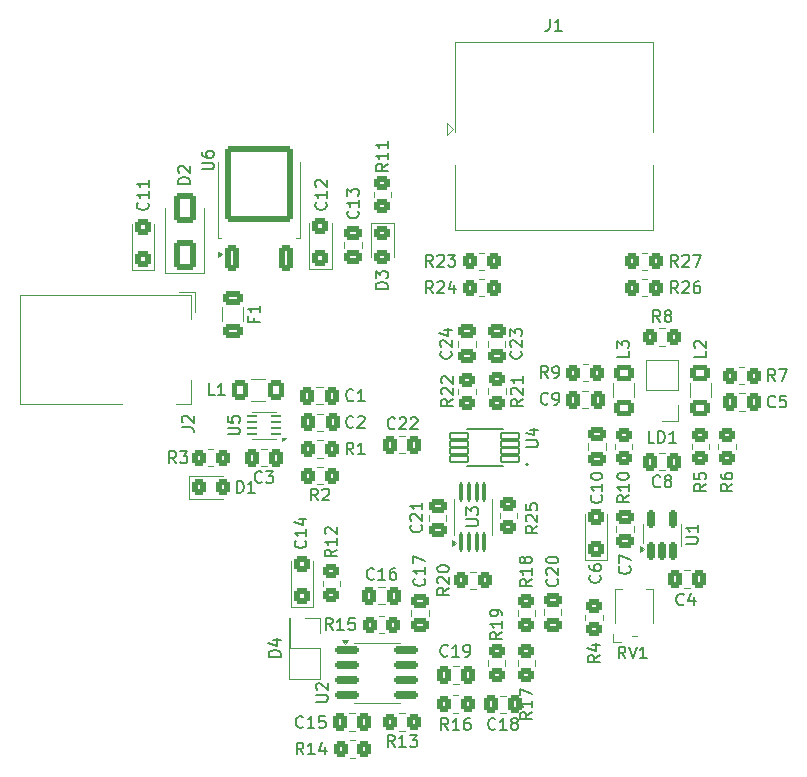
<source format=gbr>
%TF.GenerationSoftware,KiCad,Pcbnew,8.0.0*%
%TF.CreationDate,2024-10-07T21:47:18+03:00*%
%TF.ProjectId,laser_com_v1,6c617365-725f-4636-9f6d-5f76312e6b69,rev?*%
%TF.SameCoordinates,Original*%
%TF.FileFunction,Legend,Top*%
%TF.FilePolarity,Positive*%
%FSLAX46Y46*%
G04 Gerber Fmt 4.6, Leading zero omitted, Abs format (unit mm)*
G04 Created by KiCad (PCBNEW 8.0.0) date 2024-10-07 21:47:18*
%MOMM*%
%LPD*%
G01*
G04 APERTURE LIST*
G04 Aperture macros list*
%AMRoundRect*
0 Rectangle with rounded corners*
0 $1 Rounding radius*
0 $2 $3 $4 $5 $6 $7 $8 $9 X,Y pos of 4 corners*
0 Add a 4 corners polygon primitive as box body*
4,1,4,$2,$3,$4,$5,$6,$7,$8,$9,$2,$3,0*
0 Add four circle primitives for the rounded corners*
1,1,$1+$1,$2,$3*
1,1,$1+$1,$4,$5*
1,1,$1+$1,$6,$7*
1,1,$1+$1,$8,$9*
0 Add four rect primitives between the rounded corners*
20,1,$1+$1,$2,$3,$4,$5,0*
20,1,$1+$1,$4,$5,$6,$7,0*
20,1,$1+$1,$6,$7,$8,$9,0*
20,1,$1+$1,$8,$9,$2,$3,0*%
G04 Aperture macros list end*
%ADD10C,0.150000*%
%ADD11C,0.120000*%
%ADD12C,0.127000*%
%ADD13C,0.200000*%
%ADD14RoundRect,0.250000X-0.350000X-0.450000X0.350000X-0.450000X0.350000X0.450000X-0.350000X0.450000X0*%
%ADD15R,1.700000X1.700000*%
%ADD16O,1.700000X1.700000*%
%ADD17RoundRect,0.250000X0.350000X0.450000X-0.350000X0.450000X-0.350000X-0.450000X0.350000X-0.450000X0*%
%ADD18RoundRect,0.250000X-0.475000X0.337500X-0.475000X-0.337500X0.475000X-0.337500X0.475000X0.337500X0*%
%ADD19RoundRect,0.250000X-0.337500X-0.475000X0.337500X-0.475000X0.337500X0.475000X-0.337500X0.475000X0*%
%ADD20RoundRect,0.250000X0.337500X0.475000X-0.337500X0.475000X-0.337500X-0.475000X0.337500X-0.475000X0*%
%ADD21RoundRect,0.250000X0.450000X-0.350000X0.450000X0.350000X-0.450000X0.350000X-0.450000X-0.350000X0*%
%ADD22C,3.250000*%
%ADD23R,1.500000X1.500000*%
%ADD24C,1.500000*%
%ADD25C,2.300000*%
%ADD26RoundRect,0.250000X0.650000X-1.000000X0.650000X1.000000X-0.650000X1.000000X-0.650000X-1.000000X0*%
%ADD27RoundRect,0.150000X-0.825000X-0.150000X0.825000X-0.150000X0.825000X0.150000X-0.825000X0.150000X0*%
%ADD28RoundRect,0.250000X-0.450000X0.350000X-0.450000X-0.350000X0.450000X-0.350000X0.450000X0.350000X0*%
%ADD29RoundRect,0.250000X0.475000X-0.337500X0.475000X0.337500X-0.475000X0.337500X-0.475000X-0.337500X0*%
%ADD30RoundRect,0.084250X0.727750X0.252750X-0.727750X0.252750X-0.727750X-0.252750X0.727750X-0.252750X0*%
%ADD31RoundRect,0.250001X-0.624999X0.462499X-0.624999X-0.462499X0.624999X-0.462499X0.624999X0.462499X0*%
%ADD32RoundRect,0.162500X0.162500X-0.617500X0.162500X0.617500X-0.162500X0.617500X-0.162500X-0.617500X0*%
%ADD33R,2.000000X4.600000*%
%ADD34O,2.000000X4.200000*%
%ADD35O,4.200000X2.000000*%
%ADD36RoundRect,0.250000X0.425000X-0.450000X0.425000X0.450000X-0.425000X0.450000X-0.425000X-0.450000X0*%
%ADD37R,1.200000X1.200000*%
%ADD38R,1.600000X1.500000*%
%ADD39RoundRect,0.250001X0.462499X0.624999X-0.462499X0.624999X-0.462499X-0.624999X0.462499X-0.624999X0*%
%ADD40RoundRect,0.062500X0.325000X0.062500X-0.325000X0.062500X-0.325000X-0.062500X0.325000X-0.062500X0*%
%ADD41R,0.800000X1.200000*%
%ADD42RoundRect,0.250001X0.624999X-0.462499X0.624999X0.462499X-0.624999X0.462499X-0.624999X-0.462499X0*%
%ADD43RoundRect,0.100000X0.100000X-0.712500X0.100000X0.712500X-0.100000X0.712500X-0.100000X-0.712500X0*%
%ADD44RoundRect,0.250000X-0.325000X-0.450000X0.325000X-0.450000X0.325000X0.450000X-0.325000X0.450000X0*%
%ADD45RoundRect,0.250000X0.625000X-0.375000X0.625000X0.375000X-0.625000X0.375000X-0.625000X-0.375000X0*%
%ADD46RoundRect,0.250000X0.350000X-0.850000X0.350000X0.850000X-0.350000X0.850000X-0.350000X-0.850000X0*%
%ADD47RoundRect,0.249997X2.650003X-2.950003X2.650003X2.950003X-2.650003X2.950003X-2.650003X-2.950003X0*%
%ADD48RoundRect,0.250000X-0.450000X0.325000X-0.450000X-0.325000X0.450000X-0.325000X0.450000X0.325000X0*%
G04 APERTURE END LIST*
D10*
X94360517Y-84871444D02*
X94027184Y-84395253D01*
X93789089Y-84871444D02*
X93789089Y-83871444D01*
X93789089Y-83871444D02*
X94170041Y-83871444D01*
X94170041Y-83871444D02*
X94265279Y-83919063D01*
X94265279Y-83919063D02*
X94312898Y-83966682D01*
X94312898Y-83966682D02*
X94360517Y-84061920D01*
X94360517Y-84061920D02*
X94360517Y-84204777D01*
X94360517Y-84204777D02*
X94312898Y-84300015D01*
X94312898Y-84300015D02*
X94265279Y-84347634D01*
X94265279Y-84347634D02*
X94170041Y-84395253D01*
X94170041Y-84395253D02*
X93789089Y-84395253D01*
X94741470Y-83966682D02*
X94789089Y-83919063D01*
X94789089Y-83919063D02*
X94884327Y-83871444D01*
X94884327Y-83871444D02*
X95122422Y-83871444D01*
X95122422Y-83871444D02*
X95217660Y-83919063D01*
X95217660Y-83919063D02*
X95265279Y-83966682D01*
X95265279Y-83966682D02*
X95312898Y-84061920D01*
X95312898Y-84061920D02*
X95312898Y-84157158D01*
X95312898Y-84157158D02*
X95265279Y-84300015D01*
X95265279Y-84300015D02*
X94693851Y-84871444D01*
X94693851Y-84871444D02*
X95312898Y-84871444D01*
X95646232Y-83871444D02*
X96265279Y-83871444D01*
X96265279Y-83871444D02*
X95931946Y-84252396D01*
X95931946Y-84252396D02*
X96074803Y-84252396D01*
X96074803Y-84252396D02*
X96170041Y-84300015D01*
X96170041Y-84300015D02*
X96217660Y-84347634D01*
X96217660Y-84347634D02*
X96265279Y-84442872D01*
X96265279Y-84442872D02*
X96265279Y-84680967D01*
X96265279Y-84680967D02*
X96217660Y-84776205D01*
X96217660Y-84776205D02*
X96170041Y-84823825D01*
X96170041Y-84823825D02*
X96074803Y-84871444D01*
X96074803Y-84871444D02*
X95789089Y-84871444D01*
X95789089Y-84871444D02*
X95693851Y-84823825D01*
X95693851Y-84823825D02*
X95646232Y-84776205D01*
X113099803Y-99803349D02*
X112623613Y-99803349D01*
X112623613Y-99803349D02*
X112623613Y-98803349D01*
X113433137Y-99803349D02*
X113433137Y-98803349D01*
X113433137Y-98803349D02*
X113671232Y-98803349D01*
X113671232Y-98803349D02*
X113814089Y-98850968D01*
X113814089Y-98850968D02*
X113909327Y-98946206D01*
X113909327Y-98946206D02*
X113956946Y-99041444D01*
X113956946Y-99041444D02*
X114004565Y-99231920D01*
X114004565Y-99231920D02*
X114004565Y-99374777D01*
X114004565Y-99374777D02*
X113956946Y-99565253D01*
X113956946Y-99565253D02*
X113909327Y-99660491D01*
X113909327Y-99660491D02*
X113814089Y-99755730D01*
X113814089Y-99755730D02*
X113671232Y-99803349D01*
X113671232Y-99803349D02*
X113433137Y-99803349D01*
X114956946Y-99803349D02*
X114385518Y-99803349D01*
X114671232Y-99803349D02*
X114671232Y-98803349D01*
X114671232Y-98803349D02*
X114575994Y-98946206D01*
X114575994Y-98946206D02*
X114480756Y-99041444D01*
X114480756Y-99041444D02*
X114385518Y-99089063D01*
X113599803Y-89553349D02*
X113266470Y-89077158D01*
X113028375Y-89553349D02*
X113028375Y-88553349D01*
X113028375Y-88553349D02*
X113409327Y-88553349D01*
X113409327Y-88553349D02*
X113504565Y-88600968D01*
X113504565Y-88600968D02*
X113552184Y-88648587D01*
X113552184Y-88648587D02*
X113599803Y-88743825D01*
X113599803Y-88743825D02*
X113599803Y-88886682D01*
X113599803Y-88886682D02*
X113552184Y-88981920D01*
X113552184Y-88981920D02*
X113504565Y-89029539D01*
X113504565Y-89029539D02*
X113409327Y-89077158D01*
X113409327Y-89077158D02*
X113028375Y-89077158D01*
X114171232Y-88981920D02*
X114075994Y-88934301D01*
X114075994Y-88934301D02*
X114028375Y-88886682D01*
X114028375Y-88886682D02*
X113980756Y-88791444D01*
X113980756Y-88791444D02*
X113980756Y-88743825D01*
X113980756Y-88743825D02*
X114028375Y-88648587D01*
X114028375Y-88648587D02*
X114075994Y-88600968D01*
X114075994Y-88600968D02*
X114171232Y-88553349D01*
X114171232Y-88553349D02*
X114361708Y-88553349D01*
X114361708Y-88553349D02*
X114456946Y-88600968D01*
X114456946Y-88600968D02*
X114504565Y-88648587D01*
X114504565Y-88648587D02*
X114552184Y-88743825D01*
X114552184Y-88743825D02*
X114552184Y-88791444D01*
X114552184Y-88791444D02*
X114504565Y-88886682D01*
X114504565Y-88886682D02*
X114456946Y-88934301D01*
X114456946Y-88934301D02*
X114361708Y-88981920D01*
X114361708Y-88981920D02*
X114171232Y-88981920D01*
X114171232Y-88981920D02*
X114075994Y-89029539D01*
X114075994Y-89029539D02*
X114028375Y-89077158D01*
X114028375Y-89077158D02*
X113980756Y-89172396D01*
X113980756Y-89172396D02*
X113980756Y-89362872D01*
X113980756Y-89362872D02*
X114028375Y-89458110D01*
X114028375Y-89458110D02*
X114075994Y-89505730D01*
X114075994Y-89505730D02*
X114171232Y-89553349D01*
X114171232Y-89553349D02*
X114361708Y-89553349D01*
X114361708Y-89553349D02*
X114456946Y-89505730D01*
X114456946Y-89505730D02*
X114504565Y-89458110D01*
X114504565Y-89458110D02*
X114552184Y-89362872D01*
X114552184Y-89362872D02*
X114552184Y-89172396D01*
X114552184Y-89172396D02*
X114504565Y-89077158D01*
X114504565Y-89077158D02*
X114456946Y-89029539D01*
X114456946Y-89029539D02*
X114361708Y-88981920D01*
X95872080Y-92042857D02*
X95919700Y-92090476D01*
X95919700Y-92090476D02*
X95967319Y-92233333D01*
X95967319Y-92233333D02*
X95967319Y-92328571D01*
X95967319Y-92328571D02*
X95919700Y-92471428D01*
X95919700Y-92471428D02*
X95824461Y-92566666D01*
X95824461Y-92566666D02*
X95729223Y-92614285D01*
X95729223Y-92614285D02*
X95538747Y-92661904D01*
X95538747Y-92661904D02*
X95395890Y-92661904D01*
X95395890Y-92661904D02*
X95205414Y-92614285D01*
X95205414Y-92614285D02*
X95110176Y-92566666D01*
X95110176Y-92566666D02*
X95014938Y-92471428D01*
X95014938Y-92471428D02*
X94967319Y-92328571D01*
X94967319Y-92328571D02*
X94967319Y-92233333D01*
X94967319Y-92233333D02*
X95014938Y-92090476D01*
X95014938Y-92090476D02*
X95062557Y-92042857D01*
X95062557Y-91661904D02*
X95014938Y-91614285D01*
X95014938Y-91614285D02*
X94967319Y-91519047D01*
X94967319Y-91519047D02*
X94967319Y-91280952D01*
X94967319Y-91280952D02*
X95014938Y-91185714D01*
X95014938Y-91185714D02*
X95062557Y-91138095D01*
X95062557Y-91138095D02*
X95157795Y-91090476D01*
X95157795Y-91090476D02*
X95253033Y-91090476D01*
X95253033Y-91090476D02*
X95395890Y-91138095D01*
X95395890Y-91138095D02*
X95967319Y-91709523D01*
X95967319Y-91709523D02*
X95967319Y-91090476D01*
X95300652Y-90233333D02*
X95967319Y-90233333D01*
X94919700Y-90471428D02*
X95633985Y-90709523D01*
X95633985Y-90709523D02*
X95633985Y-90090476D01*
X104099803Y-94303349D02*
X103766470Y-93827158D01*
X103528375Y-94303349D02*
X103528375Y-93303349D01*
X103528375Y-93303349D02*
X103909327Y-93303349D01*
X103909327Y-93303349D02*
X104004565Y-93350968D01*
X104004565Y-93350968D02*
X104052184Y-93398587D01*
X104052184Y-93398587D02*
X104099803Y-93493825D01*
X104099803Y-93493825D02*
X104099803Y-93636682D01*
X104099803Y-93636682D02*
X104052184Y-93731920D01*
X104052184Y-93731920D02*
X104004565Y-93779539D01*
X104004565Y-93779539D02*
X103909327Y-93827158D01*
X103909327Y-93827158D02*
X103528375Y-93827158D01*
X104575994Y-94303349D02*
X104766470Y-94303349D01*
X104766470Y-94303349D02*
X104861708Y-94255730D01*
X104861708Y-94255730D02*
X104909327Y-94208110D01*
X104909327Y-94208110D02*
X105004565Y-94065253D01*
X105004565Y-94065253D02*
X105052184Y-93874777D01*
X105052184Y-93874777D02*
X105052184Y-93493825D01*
X105052184Y-93493825D02*
X105004565Y-93398587D01*
X105004565Y-93398587D02*
X104956946Y-93350968D01*
X104956946Y-93350968D02*
X104861708Y-93303349D01*
X104861708Y-93303349D02*
X104671232Y-93303349D01*
X104671232Y-93303349D02*
X104575994Y-93350968D01*
X104575994Y-93350968D02*
X104528375Y-93398587D01*
X104528375Y-93398587D02*
X104480756Y-93493825D01*
X104480756Y-93493825D02*
X104480756Y-93731920D01*
X104480756Y-93731920D02*
X104528375Y-93827158D01*
X104528375Y-93827158D02*
X104575994Y-93874777D01*
X104575994Y-93874777D02*
X104671232Y-93922396D01*
X104671232Y-93922396D02*
X104861708Y-93922396D01*
X104861708Y-93922396D02*
X104956946Y-93874777D01*
X104956946Y-93874777D02*
X105004565Y-93827158D01*
X105004565Y-93827158D02*
X105052184Y-93731920D01*
X87634208Y-96172955D02*
X87586589Y-96220575D01*
X87586589Y-96220575D02*
X87443732Y-96268194D01*
X87443732Y-96268194D02*
X87348494Y-96268194D01*
X87348494Y-96268194D02*
X87205637Y-96220575D01*
X87205637Y-96220575D02*
X87110399Y-96125336D01*
X87110399Y-96125336D02*
X87062780Y-96030098D01*
X87062780Y-96030098D02*
X87015161Y-95839622D01*
X87015161Y-95839622D02*
X87015161Y-95696765D01*
X87015161Y-95696765D02*
X87062780Y-95506289D01*
X87062780Y-95506289D02*
X87110399Y-95411051D01*
X87110399Y-95411051D02*
X87205637Y-95315813D01*
X87205637Y-95315813D02*
X87348494Y-95268194D01*
X87348494Y-95268194D02*
X87443732Y-95268194D01*
X87443732Y-95268194D02*
X87586589Y-95315813D01*
X87586589Y-95315813D02*
X87634208Y-95363432D01*
X88586589Y-96268194D02*
X88015161Y-96268194D01*
X88300875Y-96268194D02*
X88300875Y-95268194D01*
X88300875Y-95268194D02*
X88205637Y-95411051D01*
X88205637Y-95411051D02*
X88110399Y-95506289D01*
X88110399Y-95506289D02*
X88015161Y-95553908D01*
X95717319Y-112080357D02*
X95241128Y-112413690D01*
X95717319Y-112651785D02*
X94717319Y-112651785D01*
X94717319Y-112651785D02*
X94717319Y-112270833D01*
X94717319Y-112270833D02*
X94764938Y-112175595D01*
X94764938Y-112175595D02*
X94812557Y-112127976D01*
X94812557Y-112127976D02*
X94907795Y-112080357D01*
X94907795Y-112080357D02*
X95050652Y-112080357D01*
X95050652Y-112080357D02*
X95145890Y-112127976D01*
X95145890Y-112127976D02*
X95193509Y-112175595D01*
X95193509Y-112175595D02*
X95241128Y-112270833D01*
X95241128Y-112270833D02*
X95241128Y-112651785D01*
X94812557Y-111699404D02*
X94764938Y-111651785D01*
X94764938Y-111651785D02*
X94717319Y-111556547D01*
X94717319Y-111556547D02*
X94717319Y-111318452D01*
X94717319Y-111318452D02*
X94764938Y-111223214D01*
X94764938Y-111223214D02*
X94812557Y-111175595D01*
X94812557Y-111175595D02*
X94907795Y-111127976D01*
X94907795Y-111127976D02*
X95003033Y-111127976D01*
X95003033Y-111127976D02*
X95145890Y-111175595D01*
X95145890Y-111175595D02*
X95717319Y-111747023D01*
X95717319Y-111747023D02*
X95717319Y-111127976D01*
X94717319Y-110508928D02*
X94717319Y-110413690D01*
X94717319Y-110413690D02*
X94764938Y-110318452D01*
X94764938Y-110318452D02*
X94812557Y-110270833D01*
X94812557Y-110270833D02*
X94907795Y-110223214D01*
X94907795Y-110223214D02*
X95098271Y-110175595D01*
X95098271Y-110175595D02*
X95336366Y-110175595D01*
X95336366Y-110175595D02*
X95526842Y-110223214D01*
X95526842Y-110223214D02*
X95622080Y-110270833D01*
X95622080Y-110270833D02*
X95669700Y-110318452D01*
X95669700Y-110318452D02*
X95717319Y-110413690D01*
X95717319Y-110413690D02*
X95717319Y-110508928D01*
X95717319Y-110508928D02*
X95669700Y-110604166D01*
X95669700Y-110604166D02*
X95622080Y-110651785D01*
X95622080Y-110651785D02*
X95526842Y-110699404D01*
X95526842Y-110699404D02*
X95336366Y-110747023D01*
X95336366Y-110747023D02*
X95098271Y-110747023D01*
X95098271Y-110747023D02*
X94907795Y-110699404D01*
X94907795Y-110699404D02*
X94812557Y-110651785D01*
X94812557Y-110651785D02*
X94764938Y-110604166D01*
X94764938Y-110604166D02*
X94717319Y-110508928D01*
X81467319Y-117925594D02*
X80467319Y-117925594D01*
X80467319Y-117925594D02*
X80467319Y-117687499D01*
X80467319Y-117687499D02*
X80514938Y-117544642D01*
X80514938Y-117544642D02*
X80610176Y-117449404D01*
X80610176Y-117449404D02*
X80705414Y-117401785D01*
X80705414Y-117401785D02*
X80895890Y-117354166D01*
X80895890Y-117354166D02*
X81038747Y-117354166D01*
X81038747Y-117354166D02*
X81229223Y-117401785D01*
X81229223Y-117401785D02*
X81324461Y-117449404D01*
X81324461Y-117449404D02*
X81419700Y-117544642D01*
X81419700Y-117544642D02*
X81467319Y-117687499D01*
X81467319Y-117687499D02*
X81467319Y-117925594D01*
X80800652Y-116497023D02*
X81467319Y-116497023D01*
X80419700Y-116735118D02*
X81133985Y-116973213D01*
X81133985Y-116973213D02*
X81133985Y-116354166D01*
X101802080Y-92042857D02*
X101849700Y-92090476D01*
X101849700Y-92090476D02*
X101897319Y-92233333D01*
X101897319Y-92233333D02*
X101897319Y-92328571D01*
X101897319Y-92328571D02*
X101849700Y-92471428D01*
X101849700Y-92471428D02*
X101754461Y-92566666D01*
X101754461Y-92566666D02*
X101659223Y-92614285D01*
X101659223Y-92614285D02*
X101468747Y-92661904D01*
X101468747Y-92661904D02*
X101325890Y-92661904D01*
X101325890Y-92661904D02*
X101135414Y-92614285D01*
X101135414Y-92614285D02*
X101040176Y-92566666D01*
X101040176Y-92566666D02*
X100944938Y-92471428D01*
X100944938Y-92471428D02*
X100897319Y-92328571D01*
X100897319Y-92328571D02*
X100897319Y-92233333D01*
X100897319Y-92233333D02*
X100944938Y-92090476D01*
X100944938Y-92090476D02*
X100992557Y-92042857D01*
X100992557Y-91661904D02*
X100944938Y-91614285D01*
X100944938Y-91614285D02*
X100897319Y-91519047D01*
X100897319Y-91519047D02*
X100897319Y-91280952D01*
X100897319Y-91280952D02*
X100944938Y-91185714D01*
X100944938Y-91185714D02*
X100992557Y-91138095D01*
X100992557Y-91138095D02*
X101087795Y-91090476D01*
X101087795Y-91090476D02*
X101183033Y-91090476D01*
X101183033Y-91090476D02*
X101325890Y-91138095D01*
X101325890Y-91138095D02*
X101897319Y-91709523D01*
X101897319Y-91709523D02*
X101897319Y-91090476D01*
X100897319Y-90757142D02*
X100897319Y-90138095D01*
X100897319Y-90138095D02*
X101278271Y-90471428D01*
X101278271Y-90471428D02*
X101278271Y-90328571D01*
X101278271Y-90328571D02*
X101325890Y-90233333D01*
X101325890Y-90233333D02*
X101373509Y-90185714D01*
X101373509Y-90185714D02*
X101468747Y-90138095D01*
X101468747Y-90138095D02*
X101706842Y-90138095D01*
X101706842Y-90138095D02*
X101802080Y-90185714D01*
X101802080Y-90185714D02*
X101849700Y-90233333D01*
X101849700Y-90233333D02*
X101897319Y-90328571D01*
X101897319Y-90328571D02*
X101897319Y-90614285D01*
X101897319Y-90614285D02*
X101849700Y-90709523D01*
X101849700Y-90709523D02*
X101802080Y-90757142D01*
X123349803Y-96708110D02*
X123302184Y-96755730D01*
X123302184Y-96755730D02*
X123159327Y-96803349D01*
X123159327Y-96803349D02*
X123064089Y-96803349D01*
X123064089Y-96803349D02*
X122921232Y-96755730D01*
X122921232Y-96755730D02*
X122825994Y-96660491D01*
X122825994Y-96660491D02*
X122778375Y-96565253D01*
X122778375Y-96565253D02*
X122730756Y-96374777D01*
X122730756Y-96374777D02*
X122730756Y-96231920D01*
X122730756Y-96231920D02*
X122778375Y-96041444D01*
X122778375Y-96041444D02*
X122825994Y-95946206D01*
X122825994Y-95946206D02*
X122921232Y-95850968D01*
X122921232Y-95850968D02*
X123064089Y-95803349D01*
X123064089Y-95803349D02*
X123159327Y-95803349D01*
X123159327Y-95803349D02*
X123302184Y-95850968D01*
X123302184Y-95850968D02*
X123349803Y-95898587D01*
X124254565Y-95803349D02*
X123778375Y-95803349D01*
X123778375Y-95803349D02*
X123730756Y-96279539D01*
X123730756Y-96279539D02*
X123778375Y-96231920D01*
X123778375Y-96231920D02*
X123873613Y-96184301D01*
X123873613Y-96184301D02*
X124111708Y-96184301D01*
X124111708Y-96184301D02*
X124206946Y-96231920D01*
X124206946Y-96231920D02*
X124254565Y-96279539D01*
X124254565Y-96279539D02*
X124302184Y-96374777D01*
X124302184Y-96374777D02*
X124302184Y-96612872D01*
X124302184Y-96612872D02*
X124254565Y-96708110D01*
X124254565Y-96708110D02*
X124206946Y-96755730D01*
X124206946Y-96755730D02*
X124111708Y-96803349D01*
X124111708Y-96803349D02*
X123873613Y-96803349D01*
X123873613Y-96803349D02*
X123778375Y-96755730D01*
X123778375Y-96755730D02*
X123730756Y-96708110D01*
X102717319Y-111330357D02*
X102241128Y-111663690D01*
X102717319Y-111901785D02*
X101717319Y-111901785D01*
X101717319Y-111901785D02*
X101717319Y-111520833D01*
X101717319Y-111520833D02*
X101764938Y-111425595D01*
X101764938Y-111425595D02*
X101812557Y-111377976D01*
X101812557Y-111377976D02*
X101907795Y-111330357D01*
X101907795Y-111330357D02*
X102050652Y-111330357D01*
X102050652Y-111330357D02*
X102145890Y-111377976D01*
X102145890Y-111377976D02*
X102193509Y-111425595D01*
X102193509Y-111425595D02*
X102241128Y-111520833D01*
X102241128Y-111520833D02*
X102241128Y-111901785D01*
X102717319Y-110377976D02*
X102717319Y-110949404D01*
X102717319Y-110663690D02*
X101717319Y-110663690D01*
X101717319Y-110663690D02*
X101860176Y-110758928D01*
X101860176Y-110758928D02*
X101955414Y-110854166D01*
X101955414Y-110854166D02*
X102003033Y-110949404D01*
X102145890Y-109806547D02*
X102098271Y-109901785D01*
X102098271Y-109901785D02*
X102050652Y-109949404D01*
X102050652Y-109949404D02*
X101955414Y-109997023D01*
X101955414Y-109997023D02*
X101907795Y-109997023D01*
X101907795Y-109997023D02*
X101812557Y-109949404D01*
X101812557Y-109949404D02*
X101764938Y-109901785D01*
X101764938Y-109901785D02*
X101717319Y-109806547D01*
X101717319Y-109806547D02*
X101717319Y-109616071D01*
X101717319Y-109616071D02*
X101764938Y-109520833D01*
X101764938Y-109520833D02*
X101812557Y-109473214D01*
X101812557Y-109473214D02*
X101907795Y-109425595D01*
X101907795Y-109425595D02*
X101955414Y-109425595D01*
X101955414Y-109425595D02*
X102050652Y-109473214D01*
X102050652Y-109473214D02*
X102098271Y-109520833D01*
X102098271Y-109520833D02*
X102145890Y-109616071D01*
X102145890Y-109616071D02*
X102145890Y-109806547D01*
X102145890Y-109806547D02*
X102193509Y-109901785D01*
X102193509Y-109901785D02*
X102241128Y-109949404D01*
X102241128Y-109949404D02*
X102336366Y-109997023D01*
X102336366Y-109997023D02*
X102526842Y-109997023D01*
X102526842Y-109997023D02*
X102622080Y-109949404D01*
X102622080Y-109949404D02*
X102669700Y-109901785D01*
X102669700Y-109901785D02*
X102717319Y-109806547D01*
X102717319Y-109806547D02*
X102717319Y-109616071D01*
X102717319Y-109616071D02*
X102669700Y-109520833D01*
X102669700Y-109520833D02*
X102622080Y-109473214D01*
X102622080Y-109473214D02*
X102526842Y-109425595D01*
X102526842Y-109425595D02*
X102336366Y-109425595D01*
X102336366Y-109425595D02*
X102241128Y-109473214D01*
X102241128Y-109473214D02*
X102193509Y-109520833D01*
X102193509Y-109520833D02*
X102145890Y-109616071D01*
X104270041Y-63911444D02*
X104270041Y-64625729D01*
X104270041Y-64625729D02*
X104222422Y-64768586D01*
X104222422Y-64768586D02*
X104127184Y-64863825D01*
X104127184Y-64863825D02*
X103984327Y-64911444D01*
X103984327Y-64911444D02*
X103889089Y-64911444D01*
X105270041Y-64911444D02*
X104698613Y-64911444D01*
X104984327Y-64911444D02*
X104984327Y-63911444D01*
X104984327Y-63911444D02*
X104889089Y-64054301D01*
X104889089Y-64054301D02*
X104793851Y-64149539D01*
X104793851Y-64149539D02*
X104698613Y-64197158D01*
X110971289Y-104241387D02*
X110495098Y-104574720D01*
X110971289Y-104812815D02*
X109971289Y-104812815D01*
X109971289Y-104812815D02*
X109971289Y-104431863D01*
X109971289Y-104431863D02*
X110018908Y-104336625D01*
X110018908Y-104336625D02*
X110066527Y-104289006D01*
X110066527Y-104289006D02*
X110161765Y-104241387D01*
X110161765Y-104241387D02*
X110304622Y-104241387D01*
X110304622Y-104241387D02*
X110399860Y-104289006D01*
X110399860Y-104289006D02*
X110447479Y-104336625D01*
X110447479Y-104336625D02*
X110495098Y-104431863D01*
X110495098Y-104431863D02*
X110495098Y-104812815D01*
X110971289Y-103289006D02*
X110971289Y-103860434D01*
X110971289Y-103574720D02*
X109971289Y-103574720D01*
X109971289Y-103574720D02*
X110114146Y-103669958D01*
X110114146Y-103669958D02*
X110209384Y-103765196D01*
X110209384Y-103765196D02*
X110257003Y-103860434D01*
X109971289Y-102669958D02*
X109971289Y-102574720D01*
X109971289Y-102574720D02*
X110018908Y-102479482D01*
X110018908Y-102479482D02*
X110066527Y-102431863D01*
X110066527Y-102431863D02*
X110161765Y-102384244D01*
X110161765Y-102384244D02*
X110352241Y-102336625D01*
X110352241Y-102336625D02*
X110590336Y-102336625D01*
X110590336Y-102336625D02*
X110780812Y-102384244D01*
X110780812Y-102384244D02*
X110876050Y-102431863D01*
X110876050Y-102431863D02*
X110923670Y-102479482D01*
X110923670Y-102479482D02*
X110971289Y-102574720D01*
X110971289Y-102574720D02*
X110971289Y-102669958D01*
X110971289Y-102669958D02*
X110923670Y-102765196D01*
X110923670Y-102765196D02*
X110876050Y-102812815D01*
X110876050Y-102812815D02*
X110780812Y-102860434D01*
X110780812Y-102860434D02*
X110590336Y-102908053D01*
X110590336Y-102908053D02*
X110352241Y-102908053D01*
X110352241Y-102908053D02*
X110161765Y-102860434D01*
X110161765Y-102860434D02*
X110066527Y-102812815D01*
X110066527Y-102812815D02*
X110018908Y-102765196D01*
X110018908Y-102765196D02*
X109971289Y-102669958D01*
X83407142Y-126179819D02*
X83073809Y-125703628D01*
X82835714Y-126179819D02*
X82835714Y-125179819D01*
X82835714Y-125179819D02*
X83216666Y-125179819D01*
X83216666Y-125179819D02*
X83311904Y-125227438D01*
X83311904Y-125227438D02*
X83359523Y-125275057D01*
X83359523Y-125275057D02*
X83407142Y-125370295D01*
X83407142Y-125370295D02*
X83407142Y-125513152D01*
X83407142Y-125513152D02*
X83359523Y-125608390D01*
X83359523Y-125608390D02*
X83311904Y-125656009D01*
X83311904Y-125656009D02*
X83216666Y-125703628D01*
X83216666Y-125703628D02*
X82835714Y-125703628D01*
X84359523Y-126179819D02*
X83788095Y-126179819D01*
X84073809Y-126179819D02*
X84073809Y-125179819D01*
X84073809Y-125179819D02*
X83978571Y-125322676D01*
X83978571Y-125322676D02*
X83883333Y-125417914D01*
X83883333Y-125417914D02*
X83788095Y-125465533D01*
X85216666Y-125513152D02*
X85216666Y-126179819D01*
X84978571Y-125132200D02*
X84740476Y-125846485D01*
X84740476Y-125846485D02*
X85359523Y-125846485D01*
X73799819Y-77863094D02*
X72799819Y-77863094D01*
X72799819Y-77863094D02*
X72799819Y-77624999D01*
X72799819Y-77624999D02*
X72847438Y-77482142D01*
X72847438Y-77482142D02*
X72942676Y-77386904D01*
X72942676Y-77386904D02*
X73037914Y-77339285D01*
X73037914Y-77339285D02*
X73228390Y-77291666D01*
X73228390Y-77291666D02*
X73371247Y-77291666D01*
X73371247Y-77291666D02*
X73561723Y-77339285D01*
X73561723Y-77339285D02*
X73656961Y-77386904D01*
X73656961Y-77386904D02*
X73752200Y-77482142D01*
X73752200Y-77482142D02*
X73799819Y-77624999D01*
X73799819Y-77624999D02*
X73799819Y-77863094D01*
X72895057Y-76910713D02*
X72847438Y-76863094D01*
X72847438Y-76863094D02*
X72799819Y-76767856D01*
X72799819Y-76767856D02*
X72799819Y-76529761D01*
X72799819Y-76529761D02*
X72847438Y-76434523D01*
X72847438Y-76434523D02*
X72895057Y-76386904D01*
X72895057Y-76386904D02*
X72990295Y-76339285D01*
X72990295Y-76339285D02*
X73085533Y-76339285D01*
X73085533Y-76339285D02*
X73228390Y-76386904D01*
X73228390Y-76386904D02*
X73799819Y-76958332D01*
X73799819Y-76958332D02*
X73799819Y-76339285D01*
X84467319Y-121699404D02*
X85276842Y-121699404D01*
X85276842Y-121699404D02*
X85372080Y-121651785D01*
X85372080Y-121651785D02*
X85419700Y-121604166D01*
X85419700Y-121604166D02*
X85467319Y-121508928D01*
X85467319Y-121508928D02*
X85467319Y-121318452D01*
X85467319Y-121318452D02*
X85419700Y-121223214D01*
X85419700Y-121223214D02*
X85372080Y-121175595D01*
X85372080Y-121175595D02*
X85276842Y-121127976D01*
X85276842Y-121127976D02*
X84467319Y-121127976D01*
X84562557Y-120699404D02*
X84514938Y-120651785D01*
X84514938Y-120651785D02*
X84467319Y-120556547D01*
X84467319Y-120556547D02*
X84467319Y-120318452D01*
X84467319Y-120318452D02*
X84514938Y-120223214D01*
X84514938Y-120223214D02*
X84562557Y-120175595D01*
X84562557Y-120175595D02*
X84657795Y-120127976D01*
X84657795Y-120127976D02*
X84753033Y-120127976D01*
X84753033Y-120127976D02*
X84895890Y-120175595D01*
X84895890Y-120175595D02*
X85467319Y-120747023D01*
X85467319Y-120747023D02*
X85467319Y-120127976D01*
X72634208Y-101518194D02*
X72300875Y-101042003D01*
X72062780Y-101518194D02*
X72062780Y-100518194D01*
X72062780Y-100518194D02*
X72443732Y-100518194D01*
X72443732Y-100518194D02*
X72538970Y-100565813D01*
X72538970Y-100565813D02*
X72586589Y-100613432D01*
X72586589Y-100613432D02*
X72634208Y-100708670D01*
X72634208Y-100708670D02*
X72634208Y-100851527D01*
X72634208Y-100851527D02*
X72586589Y-100946765D01*
X72586589Y-100946765D02*
X72538970Y-100994384D01*
X72538970Y-100994384D02*
X72443732Y-101042003D01*
X72443732Y-101042003D02*
X72062780Y-101042003D01*
X72967542Y-100518194D02*
X73586589Y-100518194D01*
X73586589Y-100518194D02*
X73253256Y-100899146D01*
X73253256Y-100899146D02*
X73396113Y-100899146D01*
X73396113Y-100899146D02*
X73491351Y-100946765D01*
X73491351Y-100946765D02*
X73538970Y-100994384D01*
X73538970Y-100994384D02*
X73586589Y-101089622D01*
X73586589Y-101089622D02*
X73586589Y-101327717D01*
X73586589Y-101327717D02*
X73538970Y-101422955D01*
X73538970Y-101422955D02*
X73491351Y-101470575D01*
X73491351Y-101470575D02*
X73396113Y-101518194D01*
X73396113Y-101518194D02*
X73110399Y-101518194D01*
X73110399Y-101518194D02*
X73015161Y-101470575D01*
X73015161Y-101470575D02*
X72967542Y-101422955D01*
X108471289Y-117765196D02*
X107995098Y-118098529D01*
X108471289Y-118336624D02*
X107471289Y-118336624D01*
X107471289Y-118336624D02*
X107471289Y-117955672D01*
X107471289Y-117955672D02*
X107518908Y-117860434D01*
X107518908Y-117860434D02*
X107566527Y-117812815D01*
X107566527Y-117812815D02*
X107661765Y-117765196D01*
X107661765Y-117765196D02*
X107804622Y-117765196D01*
X107804622Y-117765196D02*
X107899860Y-117812815D01*
X107899860Y-117812815D02*
X107947479Y-117860434D01*
X107947479Y-117860434D02*
X107995098Y-117955672D01*
X107995098Y-117955672D02*
X107995098Y-118336624D01*
X107804622Y-116908053D02*
X108471289Y-116908053D01*
X107423670Y-117146148D02*
X108137955Y-117384243D01*
X108137955Y-117384243D02*
X108137955Y-116765196D01*
X104872080Y-111330357D02*
X104919700Y-111377976D01*
X104919700Y-111377976D02*
X104967319Y-111520833D01*
X104967319Y-111520833D02*
X104967319Y-111616071D01*
X104967319Y-111616071D02*
X104919700Y-111758928D01*
X104919700Y-111758928D02*
X104824461Y-111854166D01*
X104824461Y-111854166D02*
X104729223Y-111901785D01*
X104729223Y-111901785D02*
X104538747Y-111949404D01*
X104538747Y-111949404D02*
X104395890Y-111949404D01*
X104395890Y-111949404D02*
X104205414Y-111901785D01*
X104205414Y-111901785D02*
X104110176Y-111854166D01*
X104110176Y-111854166D02*
X104014938Y-111758928D01*
X104014938Y-111758928D02*
X103967319Y-111616071D01*
X103967319Y-111616071D02*
X103967319Y-111520833D01*
X103967319Y-111520833D02*
X104014938Y-111377976D01*
X104014938Y-111377976D02*
X104062557Y-111330357D01*
X104062557Y-110949404D02*
X104014938Y-110901785D01*
X104014938Y-110901785D02*
X103967319Y-110806547D01*
X103967319Y-110806547D02*
X103967319Y-110568452D01*
X103967319Y-110568452D02*
X104014938Y-110473214D01*
X104014938Y-110473214D02*
X104062557Y-110425595D01*
X104062557Y-110425595D02*
X104157795Y-110377976D01*
X104157795Y-110377976D02*
X104253033Y-110377976D01*
X104253033Y-110377976D02*
X104395890Y-110425595D01*
X104395890Y-110425595D02*
X104967319Y-110997023D01*
X104967319Y-110997023D02*
X104967319Y-110377976D01*
X103967319Y-109758928D02*
X103967319Y-109663690D01*
X103967319Y-109663690D02*
X104014938Y-109568452D01*
X104014938Y-109568452D02*
X104062557Y-109520833D01*
X104062557Y-109520833D02*
X104157795Y-109473214D01*
X104157795Y-109473214D02*
X104348271Y-109425595D01*
X104348271Y-109425595D02*
X104586366Y-109425595D01*
X104586366Y-109425595D02*
X104776842Y-109473214D01*
X104776842Y-109473214D02*
X104872080Y-109520833D01*
X104872080Y-109520833D02*
X104919700Y-109568452D01*
X104919700Y-109568452D02*
X104967319Y-109663690D01*
X104967319Y-109663690D02*
X104967319Y-109758928D01*
X104967319Y-109758928D02*
X104919700Y-109854166D01*
X104919700Y-109854166D02*
X104872080Y-109901785D01*
X104872080Y-109901785D02*
X104776842Y-109949404D01*
X104776842Y-109949404D02*
X104586366Y-109997023D01*
X104586366Y-109997023D02*
X104348271Y-109997023D01*
X104348271Y-109997023D02*
X104157795Y-109949404D01*
X104157795Y-109949404D02*
X104062557Y-109901785D01*
X104062557Y-109901785D02*
X104014938Y-109854166D01*
X104014938Y-109854166D02*
X103967319Y-109758928D01*
X113599803Y-103458110D02*
X113552184Y-103505730D01*
X113552184Y-103505730D02*
X113409327Y-103553349D01*
X113409327Y-103553349D02*
X113314089Y-103553349D01*
X113314089Y-103553349D02*
X113171232Y-103505730D01*
X113171232Y-103505730D02*
X113075994Y-103410491D01*
X113075994Y-103410491D02*
X113028375Y-103315253D01*
X113028375Y-103315253D02*
X112980756Y-103124777D01*
X112980756Y-103124777D02*
X112980756Y-102981920D01*
X112980756Y-102981920D02*
X113028375Y-102791444D01*
X113028375Y-102791444D02*
X113075994Y-102696206D01*
X113075994Y-102696206D02*
X113171232Y-102600968D01*
X113171232Y-102600968D02*
X113314089Y-102553349D01*
X113314089Y-102553349D02*
X113409327Y-102553349D01*
X113409327Y-102553349D02*
X113552184Y-102600968D01*
X113552184Y-102600968D02*
X113599803Y-102648587D01*
X114171232Y-102981920D02*
X114075994Y-102934301D01*
X114075994Y-102934301D02*
X114028375Y-102886682D01*
X114028375Y-102886682D02*
X113980756Y-102791444D01*
X113980756Y-102791444D02*
X113980756Y-102743825D01*
X113980756Y-102743825D02*
X114028375Y-102648587D01*
X114028375Y-102648587D02*
X114075994Y-102600968D01*
X114075994Y-102600968D02*
X114171232Y-102553349D01*
X114171232Y-102553349D02*
X114361708Y-102553349D01*
X114361708Y-102553349D02*
X114456946Y-102600968D01*
X114456946Y-102600968D02*
X114504565Y-102648587D01*
X114504565Y-102648587D02*
X114552184Y-102743825D01*
X114552184Y-102743825D02*
X114552184Y-102791444D01*
X114552184Y-102791444D02*
X114504565Y-102886682D01*
X114504565Y-102886682D02*
X114456946Y-102934301D01*
X114456946Y-102934301D02*
X114361708Y-102981920D01*
X114361708Y-102981920D02*
X114171232Y-102981920D01*
X114171232Y-102981920D02*
X114075994Y-103029539D01*
X114075994Y-103029539D02*
X114028375Y-103077158D01*
X114028375Y-103077158D02*
X113980756Y-103172396D01*
X113980756Y-103172396D02*
X113980756Y-103362872D01*
X113980756Y-103362872D02*
X114028375Y-103458110D01*
X114028375Y-103458110D02*
X114075994Y-103505730D01*
X114075994Y-103505730D02*
X114171232Y-103553349D01*
X114171232Y-103553349D02*
X114361708Y-103553349D01*
X114361708Y-103553349D02*
X114456946Y-103505730D01*
X114456946Y-103505730D02*
X114504565Y-103458110D01*
X114504565Y-103458110D02*
X114552184Y-103362872D01*
X114552184Y-103362872D02*
X114552184Y-103172396D01*
X114552184Y-103172396D02*
X114504565Y-103077158D01*
X114504565Y-103077158D02*
X114456946Y-103029539D01*
X114456946Y-103029539D02*
X114361708Y-102981920D01*
X119721289Y-103265196D02*
X119245098Y-103598529D01*
X119721289Y-103836624D02*
X118721289Y-103836624D01*
X118721289Y-103836624D02*
X118721289Y-103455672D01*
X118721289Y-103455672D02*
X118768908Y-103360434D01*
X118768908Y-103360434D02*
X118816527Y-103312815D01*
X118816527Y-103312815D02*
X118911765Y-103265196D01*
X118911765Y-103265196D02*
X119054622Y-103265196D01*
X119054622Y-103265196D02*
X119149860Y-103312815D01*
X119149860Y-103312815D02*
X119197479Y-103360434D01*
X119197479Y-103360434D02*
X119245098Y-103455672D01*
X119245098Y-103455672D02*
X119245098Y-103836624D01*
X118721289Y-102408053D02*
X118721289Y-102598529D01*
X118721289Y-102598529D02*
X118768908Y-102693767D01*
X118768908Y-102693767D02*
X118816527Y-102741386D01*
X118816527Y-102741386D02*
X118959384Y-102836624D01*
X118959384Y-102836624D02*
X119149860Y-102884243D01*
X119149860Y-102884243D02*
X119530812Y-102884243D01*
X119530812Y-102884243D02*
X119626050Y-102836624D01*
X119626050Y-102836624D02*
X119673670Y-102789005D01*
X119673670Y-102789005D02*
X119721289Y-102693767D01*
X119721289Y-102693767D02*
X119721289Y-102503291D01*
X119721289Y-102503291D02*
X119673670Y-102408053D01*
X119673670Y-102408053D02*
X119626050Y-102360434D01*
X119626050Y-102360434D02*
X119530812Y-102312815D01*
X119530812Y-102312815D02*
X119292717Y-102312815D01*
X119292717Y-102312815D02*
X119197479Y-102360434D01*
X119197479Y-102360434D02*
X119149860Y-102408053D01*
X119149860Y-102408053D02*
X119102241Y-102503291D01*
X119102241Y-102503291D02*
X119102241Y-102693767D01*
X119102241Y-102693767D02*
X119149860Y-102789005D01*
X119149860Y-102789005D02*
X119197479Y-102836624D01*
X119197479Y-102836624D02*
X119292717Y-102884243D01*
X111001050Y-110265196D02*
X111048670Y-110312815D01*
X111048670Y-110312815D02*
X111096289Y-110455672D01*
X111096289Y-110455672D02*
X111096289Y-110550910D01*
X111096289Y-110550910D02*
X111048670Y-110693767D01*
X111048670Y-110693767D02*
X110953431Y-110789005D01*
X110953431Y-110789005D02*
X110858193Y-110836624D01*
X110858193Y-110836624D02*
X110667717Y-110884243D01*
X110667717Y-110884243D02*
X110524860Y-110884243D01*
X110524860Y-110884243D02*
X110334384Y-110836624D01*
X110334384Y-110836624D02*
X110239146Y-110789005D01*
X110239146Y-110789005D02*
X110143908Y-110693767D01*
X110143908Y-110693767D02*
X110096289Y-110550910D01*
X110096289Y-110550910D02*
X110096289Y-110455672D01*
X110096289Y-110455672D02*
X110143908Y-110312815D01*
X110143908Y-110312815D02*
X110191527Y-110265196D01*
X110096289Y-109931862D02*
X110096289Y-109265196D01*
X110096289Y-109265196D02*
X111096289Y-109693767D01*
X93359580Y-106755357D02*
X93407200Y-106802976D01*
X93407200Y-106802976D02*
X93454819Y-106945833D01*
X93454819Y-106945833D02*
X93454819Y-107041071D01*
X93454819Y-107041071D02*
X93407200Y-107183928D01*
X93407200Y-107183928D02*
X93311961Y-107279166D01*
X93311961Y-107279166D02*
X93216723Y-107326785D01*
X93216723Y-107326785D02*
X93026247Y-107374404D01*
X93026247Y-107374404D02*
X92883390Y-107374404D01*
X92883390Y-107374404D02*
X92692914Y-107326785D01*
X92692914Y-107326785D02*
X92597676Y-107279166D01*
X92597676Y-107279166D02*
X92502438Y-107183928D01*
X92502438Y-107183928D02*
X92454819Y-107041071D01*
X92454819Y-107041071D02*
X92454819Y-106945833D01*
X92454819Y-106945833D02*
X92502438Y-106802976D01*
X92502438Y-106802976D02*
X92550057Y-106755357D01*
X92550057Y-106374404D02*
X92502438Y-106326785D01*
X92502438Y-106326785D02*
X92454819Y-106231547D01*
X92454819Y-106231547D02*
X92454819Y-105993452D01*
X92454819Y-105993452D02*
X92502438Y-105898214D01*
X92502438Y-105898214D02*
X92550057Y-105850595D01*
X92550057Y-105850595D02*
X92645295Y-105802976D01*
X92645295Y-105802976D02*
X92740533Y-105802976D01*
X92740533Y-105802976D02*
X92883390Y-105850595D01*
X92883390Y-105850595D02*
X93454819Y-106422023D01*
X93454819Y-106422023D02*
X93454819Y-105802976D01*
X93454819Y-104850595D02*
X93454819Y-105422023D01*
X93454819Y-105136309D02*
X92454819Y-105136309D01*
X92454819Y-105136309D02*
X92597676Y-105231547D01*
X92597676Y-105231547D02*
X92692914Y-105326785D01*
X92692914Y-105326785D02*
X92740533Y-105422023D01*
X102254819Y-100161904D02*
X103064342Y-100161904D01*
X103064342Y-100161904D02*
X103159580Y-100114285D01*
X103159580Y-100114285D02*
X103207200Y-100066666D01*
X103207200Y-100066666D02*
X103254819Y-99971428D01*
X103254819Y-99971428D02*
X103254819Y-99780952D01*
X103254819Y-99780952D02*
X103207200Y-99685714D01*
X103207200Y-99685714D02*
X103159580Y-99638095D01*
X103159580Y-99638095D02*
X103064342Y-99590476D01*
X103064342Y-99590476D02*
X102254819Y-99590476D01*
X102588152Y-98685714D02*
X103254819Y-98685714D01*
X102207200Y-98923809D02*
X102921485Y-99161904D01*
X102921485Y-99161904D02*
X102921485Y-98542857D01*
X110971289Y-92015196D02*
X110971289Y-92491386D01*
X110971289Y-92491386D02*
X109971289Y-92491386D01*
X109971289Y-91777100D02*
X109971289Y-91158053D01*
X109971289Y-91158053D02*
X110352241Y-91491386D01*
X110352241Y-91491386D02*
X110352241Y-91348529D01*
X110352241Y-91348529D02*
X110399860Y-91253291D01*
X110399860Y-91253291D02*
X110447479Y-91205672D01*
X110447479Y-91205672D02*
X110542717Y-91158053D01*
X110542717Y-91158053D02*
X110780812Y-91158053D01*
X110780812Y-91158053D02*
X110876050Y-91205672D01*
X110876050Y-91205672D02*
X110923670Y-91253291D01*
X110923670Y-91253291D02*
X110971289Y-91348529D01*
X110971289Y-91348529D02*
X110971289Y-91634243D01*
X110971289Y-91634243D02*
X110923670Y-91729481D01*
X110923670Y-91729481D02*
X110876050Y-91777100D01*
X115808789Y-108322934D02*
X116618312Y-108322934D01*
X116618312Y-108322934D02*
X116713550Y-108275315D01*
X116713550Y-108275315D02*
X116761170Y-108227696D01*
X116761170Y-108227696D02*
X116808789Y-108132458D01*
X116808789Y-108132458D02*
X116808789Y-107941982D01*
X116808789Y-107941982D02*
X116761170Y-107846744D01*
X116761170Y-107846744D02*
X116713550Y-107799125D01*
X116713550Y-107799125D02*
X116618312Y-107751506D01*
X116618312Y-107751506D02*
X115808789Y-107751506D01*
X116808789Y-106751506D02*
X116808789Y-107322934D01*
X116808789Y-107037220D02*
X115808789Y-107037220D01*
X115808789Y-107037220D02*
X115951646Y-107132458D01*
X115951646Y-107132458D02*
X116046884Y-107227696D01*
X116046884Y-107227696D02*
X116094503Y-107322934D01*
X84634208Y-104668194D02*
X84300875Y-104192003D01*
X84062780Y-104668194D02*
X84062780Y-103668194D01*
X84062780Y-103668194D02*
X84443732Y-103668194D01*
X84443732Y-103668194D02*
X84538970Y-103715813D01*
X84538970Y-103715813D02*
X84586589Y-103763432D01*
X84586589Y-103763432D02*
X84634208Y-103858670D01*
X84634208Y-103858670D02*
X84634208Y-104001527D01*
X84634208Y-104001527D02*
X84586589Y-104096765D01*
X84586589Y-104096765D02*
X84538970Y-104144384D01*
X84538970Y-104144384D02*
X84443732Y-104192003D01*
X84443732Y-104192003D02*
X84062780Y-104192003D01*
X85015161Y-103763432D02*
X85062780Y-103715813D01*
X85062780Y-103715813D02*
X85158018Y-103668194D01*
X85158018Y-103668194D02*
X85396113Y-103668194D01*
X85396113Y-103668194D02*
X85491351Y-103715813D01*
X85491351Y-103715813D02*
X85538970Y-103763432D01*
X85538970Y-103763432D02*
X85586589Y-103858670D01*
X85586589Y-103858670D02*
X85586589Y-103953908D01*
X85586589Y-103953908D02*
X85538970Y-104096765D01*
X85538970Y-104096765D02*
X84967542Y-104668194D01*
X84967542Y-104668194D02*
X85586589Y-104668194D01*
X95619642Y-117797080D02*
X95572023Y-117844700D01*
X95572023Y-117844700D02*
X95429166Y-117892319D01*
X95429166Y-117892319D02*
X95333928Y-117892319D01*
X95333928Y-117892319D02*
X95191071Y-117844700D01*
X95191071Y-117844700D02*
X95095833Y-117749461D01*
X95095833Y-117749461D02*
X95048214Y-117654223D01*
X95048214Y-117654223D02*
X95000595Y-117463747D01*
X95000595Y-117463747D02*
X95000595Y-117320890D01*
X95000595Y-117320890D02*
X95048214Y-117130414D01*
X95048214Y-117130414D02*
X95095833Y-117035176D01*
X95095833Y-117035176D02*
X95191071Y-116939938D01*
X95191071Y-116939938D02*
X95333928Y-116892319D01*
X95333928Y-116892319D02*
X95429166Y-116892319D01*
X95429166Y-116892319D02*
X95572023Y-116939938D01*
X95572023Y-116939938D02*
X95619642Y-116987557D01*
X96572023Y-117892319D02*
X96000595Y-117892319D01*
X96286309Y-117892319D02*
X96286309Y-116892319D01*
X96286309Y-116892319D02*
X96191071Y-117035176D01*
X96191071Y-117035176D02*
X96095833Y-117130414D01*
X96095833Y-117130414D02*
X96000595Y-117178033D01*
X97048214Y-117892319D02*
X97238690Y-117892319D01*
X97238690Y-117892319D02*
X97333928Y-117844700D01*
X97333928Y-117844700D02*
X97381547Y-117797080D01*
X97381547Y-117797080D02*
X97476785Y-117654223D01*
X97476785Y-117654223D02*
X97524404Y-117463747D01*
X97524404Y-117463747D02*
X97524404Y-117082795D01*
X97524404Y-117082795D02*
X97476785Y-116987557D01*
X97476785Y-116987557D02*
X97429166Y-116939938D01*
X97429166Y-116939938D02*
X97333928Y-116892319D01*
X97333928Y-116892319D02*
X97143452Y-116892319D01*
X97143452Y-116892319D02*
X97048214Y-116939938D01*
X97048214Y-116939938D02*
X97000595Y-116987557D01*
X97000595Y-116987557D02*
X96952976Y-117082795D01*
X96952976Y-117082795D02*
X96952976Y-117320890D01*
X96952976Y-117320890D02*
X97000595Y-117416128D01*
X97000595Y-117416128D02*
X97048214Y-117463747D01*
X97048214Y-117463747D02*
X97143452Y-117511366D01*
X97143452Y-117511366D02*
X97333928Y-117511366D01*
X97333928Y-117511366D02*
X97429166Y-117463747D01*
X97429166Y-117463747D02*
X97476785Y-117416128D01*
X97476785Y-117416128D02*
X97524404Y-117320890D01*
X103217319Y-106830357D02*
X102741128Y-107163690D01*
X103217319Y-107401785D02*
X102217319Y-107401785D01*
X102217319Y-107401785D02*
X102217319Y-107020833D01*
X102217319Y-107020833D02*
X102264938Y-106925595D01*
X102264938Y-106925595D02*
X102312557Y-106877976D01*
X102312557Y-106877976D02*
X102407795Y-106830357D01*
X102407795Y-106830357D02*
X102550652Y-106830357D01*
X102550652Y-106830357D02*
X102645890Y-106877976D01*
X102645890Y-106877976D02*
X102693509Y-106925595D01*
X102693509Y-106925595D02*
X102741128Y-107020833D01*
X102741128Y-107020833D02*
X102741128Y-107401785D01*
X102312557Y-106449404D02*
X102264938Y-106401785D01*
X102264938Y-106401785D02*
X102217319Y-106306547D01*
X102217319Y-106306547D02*
X102217319Y-106068452D01*
X102217319Y-106068452D02*
X102264938Y-105973214D01*
X102264938Y-105973214D02*
X102312557Y-105925595D01*
X102312557Y-105925595D02*
X102407795Y-105877976D01*
X102407795Y-105877976D02*
X102503033Y-105877976D01*
X102503033Y-105877976D02*
X102645890Y-105925595D01*
X102645890Y-105925595D02*
X103217319Y-106497023D01*
X103217319Y-106497023D02*
X103217319Y-105877976D01*
X102217319Y-104973214D02*
X102217319Y-105449404D01*
X102217319Y-105449404D02*
X102693509Y-105497023D01*
X102693509Y-105497023D02*
X102645890Y-105449404D01*
X102645890Y-105449404D02*
X102598271Y-105354166D01*
X102598271Y-105354166D02*
X102598271Y-105116071D01*
X102598271Y-105116071D02*
X102645890Y-105020833D01*
X102645890Y-105020833D02*
X102693509Y-104973214D01*
X102693509Y-104973214D02*
X102788747Y-104925595D01*
X102788747Y-104925595D02*
X103026842Y-104925595D01*
X103026842Y-104925595D02*
X103122080Y-104973214D01*
X103122080Y-104973214D02*
X103169700Y-105020833D01*
X103169700Y-105020833D02*
X103217319Y-105116071D01*
X103217319Y-105116071D02*
X103217319Y-105354166D01*
X103217319Y-105354166D02*
X103169700Y-105449404D01*
X103169700Y-105449404D02*
X103122080Y-105497023D01*
X73104819Y-98483333D02*
X73819104Y-98483333D01*
X73819104Y-98483333D02*
X73961961Y-98530952D01*
X73961961Y-98530952D02*
X74057200Y-98626190D01*
X74057200Y-98626190D02*
X74104819Y-98769047D01*
X74104819Y-98769047D02*
X74104819Y-98864285D01*
X73200057Y-98054761D02*
X73152438Y-98007142D01*
X73152438Y-98007142D02*
X73104819Y-97911904D01*
X73104819Y-97911904D02*
X73104819Y-97673809D01*
X73104819Y-97673809D02*
X73152438Y-97578571D01*
X73152438Y-97578571D02*
X73200057Y-97530952D01*
X73200057Y-97530952D02*
X73295295Y-97483333D01*
X73295295Y-97483333D02*
X73390533Y-97483333D01*
X73390533Y-97483333D02*
X73533390Y-97530952D01*
X73533390Y-97530952D02*
X74104819Y-98102380D01*
X74104819Y-98102380D02*
X74104819Y-97483333D01*
X70204580Y-79462857D02*
X70252200Y-79510476D01*
X70252200Y-79510476D02*
X70299819Y-79653333D01*
X70299819Y-79653333D02*
X70299819Y-79748571D01*
X70299819Y-79748571D02*
X70252200Y-79891428D01*
X70252200Y-79891428D02*
X70156961Y-79986666D01*
X70156961Y-79986666D02*
X70061723Y-80034285D01*
X70061723Y-80034285D02*
X69871247Y-80081904D01*
X69871247Y-80081904D02*
X69728390Y-80081904D01*
X69728390Y-80081904D02*
X69537914Y-80034285D01*
X69537914Y-80034285D02*
X69442676Y-79986666D01*
X69442676Y-79986666D02*
X69347438Y-79891428D01*
X69347438Y-79891428D02*
X69299819Y-79748571D01*
X69299819Y-79748571D02*
X69299819Y-79653333D01*
X69299819Y-79653333D02*
X69347438Y-79510476D01*
X69347438Y-79510476D02*
X69395057Y-79462857D01*
X70299819Y-78510476D02*
X70299819Y-79081904D01*
X70299819Y-78796190D02*
X69299819Y-78796190D01*
X69299819Y-78796190D02*
X69442676Y-78891428D01*
X69442676Y-78891428D02*
X69537914Y-78986666D01*
X69537914Y-78986666D02*
X69585533Y-79081904D01*
X70299819Y-77558095D02*
X70299819Y-78129523D01*
X70299819Y-77843809D02*
X69299819Y-77843809D01*
X69299819Y-77843809D02*
X69442676Y-77939047D01*
X69442676Y-77939047D02*
X69537914Y-78034285D01*
X69537914Y-78034285D02*
X69585533Y-78129523D01*
X123349803Y-94553349D02*
X123016470Y-94077158D01*
X122778375Y-94553349D02*
X122778375Y-93553349D01*
X122778375Y-93553349D02*
X123159327Y-93553349D01*
X123159327Y-93553349D02*
X123254565Y-93600968D01*
X123254565Y-93600968D02*
X123302184Y-93648587D01*
X123302184Y-93648587D02*
X123349803Y-93743825D01*
X123349803Y-93743825D02*
X123349803Y-93886682D01*
X123349803Y-93886682D02*
X123302184Y-93981920D01*
X123302184Y-93981920D02*
X123254565Y-94029539D01*
X123254565Y-94029539D02*
X123159327Y-94077158D01*
X123159327Y-94077158D02*
X122778375Y-94077158D01*
X123683137Y-93553349D02*
X124349803Y-93553349D01*
X124349803Y-93553349D02*
X123921232Y-94553349D01*
X90549819Y-76170357D02*
X90073628Y-76503690D01*
X90549819Y-76741785D02*
X89549819Y-76741785D01*
X89549819Y-76741785D02*
X89549819Y-76360833D01*
X89549819Y-76360833D02*
X89597438Y-76265595D01*
X89597438Y-76265595D02*
X89645057Y-76217976D01*
X89645057Y-76217976D02*
X89740295Y-76170357D01*
X89740295Y-76170357D02*
X89883152Y-76170357D01*
X89883152Y-76170357D02*
X89978390Y-76217976D01*
X89978390Y-76217976D02*
X90026009Y-76265595D01*
X90026009Y-76265595D02*
X90073628Y-76360833D01*
X90073628Y-76360833D02*
X90073628Y-76741785D01*
X90549819Y-75217976D02*
X90549819Y-75789404D01*
X90549819Y-75503690D02*
X89549819Y-75503690D01*
X89549819Y-75503690D02*
X89692676Y-75598928D01*
X89692676Y-75598928D02*
X89787914Y-75694166D01*
X89787914Y-75694166D02*
X89835533Y-75789404D01*
X90549819Y-74265595D02*
X90549819Y-74837023D01*
X90549819Y-74551309D02*
X89549819Y-74551309D01*
X89549819Y-74551309D02*
X89692676Y-74646547D01*
X89692676Y-74646547D02*
X89787914Y-74741785D01*
X89787914Y-74741785D02*
X89835533Y-74837023D01*
X87992080Y-80167857D02*
X88039700Y-80215476D01*
X88039700Y-80215476D02*
X88087319Y-80358333D01*
X88087319Y-80358333D02*
X88087319Y-80453571D01*
X88087319Y-80453571D02*
X88039700Y-80596428D01*
X88039700Y-80596428D02*
X87944461Y-80691666D01*
X87944461Y-80691666D02*
X87849223Y-80739285D01*
X87849223Y-80739285D02*
X87658747Y-80786904D01*
X87658747Y-80786904D02*
X87515890Y-80786904D01*
X87515890Y-80786904D02*
X87325414Y-80739285D01*
X87325414Y-80739285D02*
X87230176Y-80691666D01*
X87230176Y-80691666D02*
X87134938Y-80596428D01*
X87134938Y-80596428D02*
X87087319Y-80453571D01*
X87087319Y-80453571D02*
X87087319Y-80358333D01*
X87087319Y-80358333D02*
X87134938Y-80215476D01*
X87134938Y-80215476D02*
X87182557Y-80167857D01*
X88087319Y-79215476D02*
X88087319Y-79786904D01*
X88087319Y-79501190D02*
X87087319Y-79501190D01*
X87087319Y-79501190D02*
X87230176Y-79596428D01*
X87230176Y-79596428D02*
X87325414Y-79691666D01*
X87325414Y-79691666D02*
X87373033Y-79786904D01*
X87087319Y-78882142D02*
X87087319Y-78263095D01*
X87087319Y-78263095D02*
X87468271Y-78596428D01*
X87468271Y-78596428D02*
X87468271Y-78453571D01*
X87468271Y-78453571D02*
X87515890Y-78358333D01*
X87515890Y-78358333D02*
X87563509Y-78310714D01*
X87563509Y-78310714D02*
X87658747Y-78263095D01*
X87658747Y-78263095D02*
X87896842Y-78263095D01*
X87896842Y-78263095D02*
X87992080Y-78310714D01*
X87992080Y-78310714D02*
X88039700Y-78358333D01*
X88039700Y-78358333D02*
X88087319Y-78453571D01*
X88087319Y-78453571D02*
X88087319Y-78739285D01*
X88087319Y-78739285D02*
X88039700Y-78834523D01*
X88039700Y-78834523D02*
X87992080Y-78882142D01*
X110671231Y-118053349D02*
X110337898Y-117577158D01*
X110099803Y-118053349D02*
X110099803Y-117053349D01*
X110099803Y-117053349D02*
X110480755Y-117053349D01*
X110480755Y-117053349D02*
X110575993Y-117100968D01*
X110575993Y-117100968D02*
X110623612Y-117148587D01*
X110623612Y-117148587D02*
X110671231Y-117243825D01*
X110671231Y-117243825D02*
X110671231Y-117386682D01*
X110671231Y-117386682D02*
X110623612Y-117481920D01*
X110623612Y-117481920D02*
X110575993Y-117529539D01*
X110575993Y-117529539D02*
X110480755Y-117577158D01*
X110480755Y-117577158D02*
X110099803Y-117577158D01*
X110956946Y-117053349D02*
X111290279Y-118053349D01*
X111290279Y-118053349D02*
X111623612Y-117053349D01*
X112480755Y-118053349D02*
X111909327Y-118053349D01*
X112195041Y-118053349D02*
X112195041Y-117053349D01*
X112195041Y-117053349D02*
X112099803Y-117196206D01*
X112099803Y-117196206D02*
X112004565Y-117291444D01*
X112004565Y-117291444D02*
X111909327Y-117339063D01*
X79884208Y-103102955D02*
X79836589Y-103150575D01*
X79836589Y-103150575D02*
X79693732Y-103198194D01*
X79693732Y-103198194D02*
X79598494Y-103198194D01*
X79598494Y-103198194D02*
X79455637Y-103150575D01*
X79455637Y-103150575D02*
X79360399Y-103055336D01*
X79360399Y-103055336D02*
X79312780Y-102960098D01*
X79312780Y-102960098D02*
X79265161Y-102769622D01*
X79265161Y-102769622D02*
X79265161Y-102626765D01*
X79265161Y-102626765D02*
X79312780Y-102436289D01*
X79312780Y-102436289D02*
X79360399Y-102341051D01*
X79360399Y-102341051D02*
X79455637Y-102245813D01*
X79455637Y-102245813D02*
X79598494Y-102198194D01*
X79598494Y-102198194D02*
X79693732Y-102198194D01*
X79693732Y-102198194D02*
X79836589Y-102245813D01*
X79836589Y-102245813D02*
X79884208Y-102293432D01*
X80217542Y-102198194D02*
X80836589Y-102198194D01*
X80836589Y-102198194D02*
X80503256Y-102579146D01*
X80503256Y-102579146D02*
X80646113Y-102579146D01*
X80646113Y-102579146D02*
X80741351Y-102626765D01*
X80741351Y-102626765D02*
X80788970Y-102674384D01*
X80788970Y-102674384D02*
X80836589Y-102769622D01*
X80836589Y-102769622D02*
X80836589Y-103007717D01*
X80836589Y-103007717D02*
X80788970Y-103102955D01*
X80788970Y-103102955D02*
X80741351Y-103150575D01*
X80741351Y-103150575D02*
X80646113Y-103198194D01*
X80646113Y-103198194D02*
X80360399Y-103198194D01*
X80360399Y-103198194D02*
X80265161Y-103150575D01*
X80265161Y-103150575D02*
X80217542Y-103102955D01*
X99657142Y-124009580D02*
X99609523Y-124057200D01*
X99609523Y-124057200D02*
X99466666Y-124104819D01*
X99466666Y-124104819D02*
X99371428Y-124104819D01*
X99371428Y-124104819D02*
X99228571Y-124057200D01*
X99228571Y-124057200D02*
X99133333Y-123961961D01*
X99133333Y-123961961D02*
X99085714Y-123866723D01*
X99085714Y-123866723D02*
X99038095Y-123676247D01*
X99038095Y-123676247D02*
X99038095Y-123533390D01*
X99038095Y-123533390D02*
X99085714Y-123342914D01*
X99085714Y-123342914D02*
X99133333Y-123247676D01*
X99133333Y-123247676D02*
X99228571Y-123152438D01*
X99228571Y-123152438D02*
X99371428Y-123104819D01*
X99371428Y-123104819D02*
X99466666Y-123104819D01*
X99466666Y-123104819D02*
X99609523Y-123152438D01*
X99609523Y-123152438D02*
X99657142Y-123200057D01*
X100609523Y-124104819D02*
X100038095Y-124104819D01*
X100323809Y-124104819D02*
X100323809Y-123104819D01*
X100323809Y-123104819D02*
X100228571Y-123247676D01*
X100228571Y-123247676D02*
X100133333Y-123342914D01*
X100133333Y-123342914D02*
X100038095Y-123390533D01*
X101180952Y-123533390D02*
X101085714Y-123485771D01*
X101085714Y-123485771D02*
X101038095Y-123438152D01*
X101038095Y-123438152D02*
X100990476Y-123342914D01*
X100990476Y-123342914D02*
X100990476Y-123295295D01*
X100990476Y-123295295D02*
X101038095Y-123200057D01*
X101038095Y-123200057D02*
X101085714Y-123152438D01*
X101085714Y-123152438D02*
X101180952Y-123104819D01*
X101180952Y-123104819D02*
X101371428Y-123104819D01*
X101371428Y-123104819D02*
X101466666Y-123152438D01*
X101466666Y-123152438D02*
X101514285Y-123200057D01*
X101514285Y-123200057D02*
X101561904Y-123295295D01*
X101561904Y-123295295D02*
X101561904Y-123342914D01*
X101561904Y-123342914D02*
X101514285Y-123438152D01*
X101514285Y-123438152D02*
X101466666Y-123485771D01*
X101466666Y-123485771D02*
X101371428Y-123533390D01*
X101371428Y-123533390D02*
X101180952Y-123533390D01*
X101180952Y-123533390D02*
X101085714Y-123581009D01*
X101085714Y-123581009D02*
X101038095Y-123628628D01*
X101038095Y-123628628D02*
X100990476Y-123723866D01*
X100990476Y-123723866D02*
X100990476Y-123914342D01*
X100990476Y-123914342D02*
X101038095Y-124009580D01*
X101038095Y-124009580D02*
X101085714Y-124057200D01*
X101085714Y-124057200D02*
X101180952Y-124104819D01*
X101180952Y-124104819D02*
X101371428Y-124104819D01*
X101371428Y-124104819D02*
X101466666Y-124057200D01*
X101466666Y-124057200D02*
X101514285Y-124009580D01*
X101514285Y-124009580D02*
X101561904Y-123914342D01*
X101561904Y-123914342D02*
X101561904Y-123723866D01*
X101561904Y-123723866D02*
X101514285Y-123628628D01*
X101514285Y-123628628D02*
X101466666Y-123581009D01*
X101466666Y-123581009D02*
X101371428Y-123533390D01*
X91119642Y-125542319D02*
X90786309Y-125066128D01*
X90548214Y-125542319D02*
X90548214Y-124542319D01*
X90548214Y-124542319D02*
X90929166Y-124542319D01*
X90929166Y-124542319D02*
X91024404Y-124589938D01*
X91024404Y-124589938D02*
X91072023Y-124637557D01*
X91072023Y-124637557D02*
X91119642Y-124732795D01*
X91119642Y-124732795D02*
X91119642Y-124875652D01*
X91119642Y-124875652D02*
X91072023Y-124970890D01*
X91072023Y-124970890D02*
X91024404Y-125018509D01*
X91024404Y-125018509D02*
X90929166Y-125066128D01*
X90929166Y-125066128D02*
X90548214Y-125066128D01*
X92072023Y-125542319D02*
X91500595Y-125542319D01*
X91786309Y-125542319D02*
X91786309Y-124542319D01*
X91786309Y-124542319D02*
X91691071Y-124685176D01*
X91691071Y-124685176D02*
X91595833Y-124780414D01*
X91595833Y-124780414D02*
X91500595Y-124828033D01*
X92405357Y-124542319D02*
X93024404Y-124542319D01*
X93024404Y-124542319D02*
X92691071Y-124923271D01*
X92691071Y-124923271D02*
X92833928Y-124923271D01*
X92833928Y-124923271D02*
X92929166Y-124970890D01*
X92929166Y-124970890D02*
X92976785Y-125018509D01*
X92976785Y-125018509D02*
X93024404Y-125113747D01*
X93024404Y-125113747D02*
X93024404Y-125351842D01*
X93024404Y-125351842D02*
X92976785Y-125447080D01*
X92976785Y-125447080D02*
X92929166Y-125494700D01*
X92929166Y-125494700D02*
X92833928Y-125542319D01*
X92833928Y-125542319D02*
X92548214Y-125542319D01*
X92548214Y-125542319D02*
X92452976Y-125494700D01*
X92452976Y-125494700D02*
X92405357Y-125447080D01*
X101967319Y-96080357D02*
X101491128Y-96413690D01*
X101967319Y-96651785D02*
X100967319Y-96651785D01*
X100967319Y-96651785D02*
X100967319Y-96270833D01*
X100967319Y-96270833D02*
X101014938Y-96175595D01*
X101014938Y-96175595D02*
X101062557Y-96127976D01*
X101062557Y-96127976D02*
X101157795Y-96080357D01*
X101157795Y-96080357D02*
X101300652Y-96080357D01*
X101300652Y-96080357D02*
X101395890Y-96127976D01*
X101395890Y-96127976D02*
X101443509Y-96175595D01*
X101443509Y-96175595D02*
X101491128Y-96270833D01*
X101491128Y-96270833D02*
X101491128Y-96651785D01*
X101062557Y-95699404D02*
X101014938Y-95651785D01*
X101014938Y-95651785D02*
X100967319Y-95556547D01*
X100967319Y-95556547D02*
X100967319Y-95318452D01*
X100967319Y-95318452D02*
X101014938Y-95223214D01*
X101014938Y-95223214D02*
X101062557Y-95175595D01*
X101062557Y-95175595D02*
X101157795Y-95127976D01*
X101157795Y-95127976D02*
X101253033Y-95127976D01*
X101253033Y-95127976D02*
X101395890Y-95175595D01*
X101395890Y-95175595D02*
X101967319Y-95747023D01*
X101967319Y-95747023D02*
X101967319Y-95127976D01*
X101967319Y-94175595D02*
X101967319Y-94747023D01*
X101967319Y-94461309D02*
X100967319Y-94461309D01*
X100967319Y-94461309D02*
X101110176Y-94556547D01*
X101110176Y-94556547D02*
X101205414Y-94651785D01*
X101205414Y-94651785D02*
X101253033Y-94747023D01*
X115599803Y-113458110D02*
X115552184Y-113505730D01*
X115552184Y-113505730D02*
X115409327Y-113553349D01*
X115409327Y-113553349D02*
X115314089Y-113553349D01*
X115314089Y-113553349D02*
X115171232Y-113505730D01*
X115171232Y-113505730D02*
X115075994Y-113410491D01*
X115075994Y-113410491D02*
X115028375Y-113315253D01*
X115028375Y-113315253D02*
X114980756Y-113124777D01*
X114980756Y-113124777D02*
X114980756Y-112981920D01*
X114980756Y-112981920D02*
X115028375Y-112791444D01*
X115028375Y-112791444D02*
X115075994Y-112696206D01*
X115075994Y-112696206D02*
X115171232Y-112600968D01*
X115171232Y-112600968D02*
X115314089Y-112553349D01*
X115314089Y-112553349D02*
X115409327Y-112553349D01*
X115409327Y-112553349D02*
X115552184Y-112600968D01*
X115552184Y-112600968D02*
X115599803Y-112648587D01*
X116456946Y-112886682D02*
X116456946Y-113553349D01*
X116218851Y-112505730D02*
X115980756Y-113220015D01*
X115980756Y-113220015D02*
X116599803Y-113220015D01*
X86217319Y-108830357D02*
X85741128Y-109163690D01*
X86217319Y-109401785D02*
X85217319Y-109401785D01*
X85217319Y-109401785D02*
X85217319Y-109020833D01*
X85217319Y-109020833D02*
X85264938Y-108925595D01*
X85264938Y-108925595D02*
X85312557Y-108877976D01*
X85312557Y-108877976D02*
X85407795Y-108830357D01*
X85407795Y-108830357D02*
X85550652Y-108830357D01*
X85550652Y-108830357D02*
X85645890Y-108877976D01*
X85645890Y-108877976D02*
X85693509Y-108925595D01*
X85693509Y-108925595D02*
X85741128Y-109020833D01*
X85741128Y-109020833D02*
X85741128Y-109401785D01*
X86217319Y-107877976D02*
X86217319Y-108449404D01*
X86217319Y-108163690D02*
X85217319Y-108163690D01*
X85217319Y-108163690D02*
X85360176Y-108258928D01*
X85360176Y-108258928D02*
X85455414Y-108354166D01*
X85455414Y-108354166D02*
X85503033Y-108449404D01*
X85312557Y-107497023D02*
X85264938Y-107449404D01*
X85264938Y-107449404D02*
X85217319Y-107354166D01*
X85217319Y-107354166D02*
X85217319Y-107116071D01*
X85217319Y-107116071D02*
X85264938Y-107020833D01*
X85264938Y-107020833D02*
X85312557Y-106973214D01*
X85312557Y-106973214D02*
X85407795Y-106925595D01*
X85407795Y-106925595D02*
X85503033Y-106925595D01*
X85503033Y-106925595D02*
X85645890Y-106973214D01*
X85645890Y-106973214D02*
X86217319Y-107544642D01*
X86217319Y-107544642D02*
X86217319Y-106925595D01*
X75884208Y-95768194D02*
X75408018Y-95768194D01*
X75408018Y-95768194D02*
X75408018Y-94768194D01*
X76741351Y-95768194D02*
X76169923Y-95768194D01*
X76455637Y-95768194D02*
X76455637Y-94768194D01*
X76455637Y-94768194D02*
X76360399Y-94911051D01*
X76360399Y-94911051D02*
X76265161Y-95006289D01*
X76265161Y-95006289D02*
X76169923Y-95053908D01*
X93622080Y-111292857D02*
X93669700Y-111340476D01*
X93669700Y-111340476D02*
X93717319Y-111483333D01*
X93717319Y-111483333D02*
X93717319Y-111578571D01*
X93717319Y-111578571D02*
X93669700Y-111721428D01*
X93669700Y-111721428D02*
X93574461Y-111816666D01*
X93574461Y-111816666D02*
X93479223Y-111864285D01*
X93479223Y-111864285D02*
X93288747Y-111911904D01*
X93288747Y-111911904D02*
X93145890Y-111911904D01*
X93145890Y-111911904D02*
X92955414Y-111864285D01*
X92955414Y-111864285D02*
X92860176Y-111816666D01*
X92860176Y-111816666D02*
X92764938Y-111721428D01*
X92764938Y-111721428D02*
X92717319Y-111578571D01*
X92717319Y-111578571D02*
X92717319Y-111483333D01*
X92717319Y-111483333D02*
X92764938Y-111340476D01*
X92764938Y-111340476D02*
X92812557Y-111292857D01*
X93717319Y-110340476D02*
X93717319Y-110911904D01*
X93717319Y-110626190D02*
X92717319Y-110626190D01*
X92717319Y-110626190D02*
X92860176Y-110721428D01*
X92860176Y-110721428D02*
X92955414Y-110816666D01*
X92955414Y-110816666D02*
X93003033Y-110911904D01*
X92717319Y-110007142D02*
X92717319Y-109340476D01*
X92717319Y-109340476D02*
X93717319Y-109769047D01*
X85869642Y-115642319D02*
X85536309Y-115166128D01*
X85298214Y-115642319D02*
X85298214Y-114642319D01*
X85298214Y-114642319D02*
X85679166Y-114642319D01*
X85679166Y-114642319D02*
X85774404Y-114689938D01*
X85774404Y-114689938D02*
X85822023Y-114737557D01*
X85822023Y-114737557D02*
X85869642Y-114832795D01*
X85869642Y-114832795D02*
X85869642Y-114975652D01*
X85869642Y-114975652D02*
X85822023Y-115070890D01*
X85822023Y-115070890D02*
X85774404Y-115118509D01*
X85774404Y-115118509D02*
X85679166Y-115166128D01*
X85679166Y-115166128D02*
X85298214Y-115166128D01*
X86822023Y-115642319D02*
X86250595Y-115642319D01*
X86536309Y-115642319D02*
X86536309Y-114642319D01*
X86536309Y-114642319D02*
X86441071Y-114785176D01*
X86441071Y-114785176D02*
X86345833Y-114880414D01*
X86345833Y-114880414D02*
X86250595Y-114928033D01*
X87726785Y-114642319D02*
X87250595Y-114642319D01*
X87250595Y-114642319D02*
X87202976Y-115118509D01*
X87202976Y-115118509D02*
X87250595Y-115070890D01*
X87250595Y-115070890D02*
X87345833Y-115023271D01*
X87345833Y-115023271D02*
X87583928Y-115023271D01*
X87583928Y-115023271D02*
X87679166Y-115070890D01*
X87679166Y-115070890D02*
X87726785Y-115118509D01*
X87726785Y-115118509D02*
X87774404Y-115213747D01*
X87774404Y-115213747D02*
X87774404Y-115451842D01*
X87774404Y-115451842D02*
X87726785Y-115547080D01*
X87726785Y-115547080D02*
X87679166Y-115594700D01*
X87679166Y-115594700D02*
X87583928Y-115642319D01*
X87583928Y-115642319D02*
X87345833Y-115642319D01*
X87345833Y-115642319D02*
X87250595Y-115594700D01*
X87250595Y-115594700D02*
X87202976Y-115547080D01*
X115110517Y-87121444D02*
X114777184Y-86645253D01*
X114539089Y-87121444D02*
X114539089Y-86121444D01*
X114539089Y-86121444D02*
X114920041Y-86121444D01*
X114920041Y-86121444D02*
X115015279Y-86169063D01*
X115015279Y-86169063D02*
X115062898Y-86216682D01*
X115062898Y-86216682D02*
X115110517Y-86311920D01*
X115110517Y-86311920D02*
X115110517Y-86454777D01*
X115110517Y-86454777D02*
X115062898Y-86550015D01*
X115062898Y-86550015D02*
X115015279Y-86597634D01*
X115015279Y-86597634D02*
X114920041Y-86645253D01*
X114920041Y-86645253D02*
X114539089Y-86645253D01*
X115491470Y-86216682D02*
X115539089Y-86169063D01*
X115539089Y-86169063D02*
X115634327Y-86121444D01*
X115634327Y-86121444D02*
X115872422Y-86121444D01*
X115872422Y-86121444D02*
X115967660Y-86169063D01*
X115967660Y-86169063D02*
X116015279Y-86216682D01*
X116015279Y-86216682D02*
X116062898Y-86311920D01*
X116062898Y-86311920D02*
X116062898Y-86407158D01*
X116062898Y-86407158D02*
X116015279Y-86550015D01*
X116015279Y-86550015D02*
X115443851Y-87121444D01*
X115443851Y-87121444D02*
X116062898Y-87121444D01*
X116920041Y-86121444D02*
X116729565Y-86121444D01*
X116729565Y-86121444D02*
X116634327Y-86169063D01*
X116634327Y-86169063D02*
X116586708Y-86216682D01*
X116586708Y-86216682D02*
X116491470Y-86359539D01*
X116491470Y-86359539D02*
X116443851Y-86550015D01*
X116443851Y-86550015D02*
X116443851Y-86930967D01*
X116443851Y-86930967D02*
X116491470Y-87026205D01*
X116491470Y-87026205D02*
X116539089Y-87073825D01*
X116539089Y-87073825D02*
X116634327Y-87121444D01*
X116634327Y-87121444D02*
X116824803Y-87121444D01*
X116824803Y-87121444D02*
X116920041Y-87073825D01*
X116920041Y-87073825D02*
X116967660Y-87026205D01*
X116967660Y-87026205D02*
X117015279Y-86930967D01*
X117015279Y-86930967D02*
X117015279Y-86692872D01*
X117015279Y-86692872D02*
X116967660Y-86597634D01*
X116967660Y-86597634D02*
X116920041Y-86550015D01*
X116920041Y-86550015D02*
X116824803Y-86502396D01*
X116824803Y-86502396D02*
X116634327Y-86502396D01*
X116634327Y-86502396D02*
X116539089Y-86550015D01*
X116539089Y-86550015D02*
X116491470Y-86597634D01*
X116491470Y-86597634D02*
X116443851Y-86692872D01*
X77005694Y-99075279D02*
X77815217Y-99075279D01*
X77815217Y-99075279D02*
X77910455Y-99027660D01*
X77910455Y-99027660D02*
X77958075Y-98980041D01*
X77958075Y-98980041D02*
X78005694Y-98884803D01*
X78005694Y-98884803D02*
X78005694Y-98694327D01*
X78005694Y-98694327D02*
X77958075Y-98599089D01*
X77958075Y-98599089D02*
X77910455Y-98551470D01*
X77910455Y-98551470D02*
X77815217Y-98503851D01*
X77815217Y-98503851D02*
X77005694Y-98503851D01*
X77005694Y-97551470D02*
X77005694Y-98027660D01*
X77005694Y-98027660D02*
X77481884Y-98075279D01*
X77481884Y-98075279D02*
X77434265Y-98027660D01*
X77434265Y-98027660D02*
X77386646Y-97932422D01*
X77386646Y-97932422D02*
X77386646Y-97694327D01*
X77386646Y-97694327D02*
X77434265Y-97599089D01*
X77434265Y-97599089D02*
X77481884Y-97551470D01*
X77481884Y-97551470D02*
X77577122Y-97503851D01*
X77577122Y-97503851D02*
X77815217Y-97503851D01*
X77815217Y-97503851D02*
X77910455Y-97551470D01*
X77910455Y-97551470D02*
X77958075Y-97599089D01*
X77958075Y-97599089D02*
X78005694Y-97694327D01*
X78005694Y-97694327D02*
X78005694Y-97932422D01*
X78005694Y-97932422D02*
X77958075Y-98027660D01*
X77958075Y-98027660D02*
X77910455Y-98075279D01*
X108501050Y-111015196D02*
X108548670Y-111062815D01*
X108548670Y-111062815D02*
X108596289Y-111205672D01*
X108596289Y-111205672D02*
X108596289Y-111300910D01*
X108596289Y-111300910D02*
X108548670Y-111443767D01*
X108548670Y-111443767D02*
X108453431Y-111539005D01*
X108453431Y-111539005D02*
X108358193Y-111586624D01*
X108358193Y-111586624D02*
X108167717Y-111634243D01*
X108167717Y-111634243D02*
X108024860Y-111634243D01*
X108024860Y-111634243D02*
X107834384Y-111586624D01*
X107834384Y-111586624D02*
X107739146Y-111539005D01*
X107739146Y-111539005D02*
X107643908Y-111443767D01*
X107643908Y-111443767D02*
X107596289Y-111300910D01*
X107596289Y-111300910D02*
X107596289Y-111205672D01*
X107596289Y-111205672D02*
X107643908Y-111062815D01*
X107643908Y-111062815D02*
X107691527Y-111015196D01*
X107596289Y-110158053D02*
X107596289Y-110348529D01*
X107596289Y-110348529D02*
X107643908Y-110443767D01*
X107643908Y-110443767D02*
X107691527Y-110491386D01*
X107691527Y-110491386D02*
X107834384Y-110586624D01*
X107834384Y-110586624D02*
X108024860Y-110634243D01*
X108024860Y-110634243D02*
X108405812Y-110634243D01*
X108405812Y-110634243D02*
X108501050Y-110586624D01*
X108501050Y-110586624D02*
X108548670Y-110539005D01*
X108548670Y-110539005D02*
X108596289Y-110443767D01*
X108596289Y-110443767D02*
X108596289Y-110253291D01*
X108596289Y-110253291D02*
X108548670Y-110158053D01*
X108548670Y-110158053D02*
X108501050Y-110110434D01*
X108501050Y-110110434D02*
X108405812Y-110062815D01*
X108405812Y-110062815D02*
X108167717Y-110062815D01*
X108167717Y-110062815D02*
X108072479Y-110110434D01*
X108072479Y-110110434D02*
X108024860Y-110158053D01*
X108024860Y-110158053D02*
X107977241Y-110253291D01*
X107977241Y-110253291D02*
X107977241Y-110443767D01*
X107977241Y-110443767D02*
X108024860Y-110539005D01*
X108024860Y-110539005D02*
X108072479Y-110586624D01*
X108072479Y-110586624D02*
X108167717Y-110634243D01*
X117471289Y-92015196D02*
X117471289Y-92491386D01*
X117471289Y-92491386D02*
X116471289Y-92491386D01*
X116566527Y-91729481D02*
X116518908Y-91681862D01*
X116518908Y-91681862D02*
X116471289Y-91586624D01*
X116471289Y-91586624D02*
X116471289Y-91348529D01*
X116471289Y-91348529D02*
X116518908Y-91253291D01*
X116518908Y-91253291D02*
X116566527Y-91205672D01*
X116566527Y-91205672D02*
X116661765Y-91158053D01*
X116661765Y-91158053D02*
X116757003Y-91158053D01*
X116757003Y-91158053D02*
X116899860Y-91205672D01*
X116899860Y-91205672D02*
X117471289Y-91777100D01*
X117471289Y-91777100D02*
X117471289Y-91158053D01*
X97192319Y-106836904D02*
X98001842Y-106836904D01*
X98001842Y-106836904D02*
X98097080Y-106789285D01*
X98097080Y-106789285D02*
X98144700Y-106741666D01*
X98144700Y-106741666D02*
X98192319Y-106646428D01*
X98192319Y-106646428D02*
X98192319Y-106455952D01*
X98192319Y-106455952D02*
X98144700Y-106360714D01*
X98144700Y-106360714D02*
X98097080Y-106313095D01*
X98097080Y-106313095D02*
X98001842Y-106265476D01*
X98001842Y-106265476D02*
X97192319Y-106265476D01*
X97192319Y-105884523D02*
X97192319Y-105265476D01*
X97192319Y-105265476D02*
X97573271Y-105598809D01*
X97573271Y-105598809D02*
X97573271Y-105455952D01*
X97573271Y-105455952D02*
X97620890Y-105360714D01*
X97620890Y-105360714D02*
X97668509Y-105313095D01*
X97668509Y-105313095D02*
X97763747Y-105265476D01*
X97763747Y-105265476D02*
X98001842Y-105265476D01*
X98001842Y-105265476D02*
X98097080Y-105313095D01*
X98097080Y-105313095D02*
X98144700Y-105360714D01*
X98144700Y-105360714D02*
X98192319Y-105455952D01*
X98192319Y-105455952D02*
X98192319Y-105741666D01*
X98192319Y-105741666D02*
X98144700Y-105836904D01*
X98144700Y-105836904D02*
X98097080Y-105884523D01*
X108626050Y-104241387D02*
X108673670Y-104289006D01*
X108673670Y-104289006D02*
X108721289Y-104431863D01*
X108721289Y-104431863D02*
X108721289Y-104527101D01*
X108721289Y-104527101D02*
X108673670Y-104669958D01*
X108673670Y-104669958D02*
X108578431Y-104765196D01*
X108578431Y-104765196D02*
X108483193Y-104812815D01*
X108483193Y-104812815D02*
X108292717Y-104860434D01*
X108292717Y-104860434D02*
X108149860Y-104860434D01*
X108149860Y-104860434D02*
X107959384Y-104812815D01*
X107959384Y-104812815D02*
X107864146Y-104765196D01*
X107864146Y-104765196D02*
X107768908Y-104669958D01*
X107768908Y-104669958D02*
X107721289Y-104527101D01*
X107721289Y-104527101D02*
X107721289Y-104431863D01*
X107721289Y-104431863D02*
X107768908Y-104289006D01*
X107768908Y-104289006D02*
X107816527Y-104241387D01*
X108721289Y-103289006D02*
X108721289Y-103860434D01*
X108721289Y-103574720D02*
X107721289Y-103574720D01*
X107721289Y-103574720D02*
X107864146Y-103669958D01*
X107864146Y-103669958D02*
X107959384Y-103765196D01*
X107959384Y-103765196D02*
X108007003Y-103860434D01*
X107721289Y-102669958D02*
X107721289Y-102574720D01*
X107721289Y-102574720D02*
X107768908Y-102479482D01*
X107768908Y-102479482D02*
X107816527Y-102431863D01*
X107816527Y-102431863D02*
X107911765Y-102384244D01*
X107911765Y-102384244D02*
X108102241Y-102336625D01*
X108102241Y-102336625D02*
X108340336Y-102336625D01*
X108340336Y-102336625D02*
X108530812Y-102384244D01*
X108530812Y-102384244D02*
X108626050Y-102431863D01*
X108626050Y-102431863D02*
X108673670Y-102479482D01*
X108673670Y-102479482D02*
X108721289Y-102574720D01*
X108721289Y-102574720D02*
X108721289Y-102669958D01*
X108721289Y-102669958D02*
X108673670Y-102765196D01*
X108673670Y-102765196D02*
X108626050Y-102812815D01*
X108626050Y-102812815D02*
X108530812Y-102860434D01*
X108530812Y-102860434D02*
X108340336Y-102908053D01*
X108340336Y-102908053D02*
X108102241Y-102908053D01*
X108102241Y-102908053D02*
X107911765Y-102860434D01*
X107911765Y-102860434D02*
X107816527Y-102812815D01*
X107816527Y-102812815D02*
X107768908Y-102765196D01*
X107768908Y-102765196D02*
X107721289Y-102669958D01*
X83369642Y-123834580D02*
X83322023Y-123882200D01*
X83322023Y-123882200D02*
X83179166Y-123929819D01*
X83179166Y-123929819D02*
X83083928Y-123929819D01*
X83083928Y-123929819D02*
X82941071Y-123882200D01*
X82941071Y-123882200D02*
X82845833Y-123786961D01*
X82845833Y-123786961D02*
X82798214Y-123691723D01*
X82798214Y-123691723D02*
X82750595Y-123501247D01*
X82750595Y-123501247D02*
X82750595Y-123358390D01*
X82750595Y-123358390D02*
X82798214Y-123167914D01*
X82798214Y-123167914D02*
X82845833Y-123072676D01*
X82845833Y-123072676D02*
X82941071Y-122977438D01*
X82941071Y-122977438D02*
X83083928Y-122929819D01*
X83083928Y-122929819D02*
X83179166Y-122929819D01*
X83179166Y-122929819D02*
X83322023Y-122977438D01*
X83322023Y-122977438D02*
X83369642Y-123025057D01*
X84322023Y-123929819D02*
X83750595Y-123929819D01*
X84036309Y-123929819D02*
X84036309Y-122929819D01*
X84036309Y-122929819D02*
X83941071Y-123072676D01*
X83941071Y-123072676D02*
X83845833Y-123167914D01*
X83845833Y-123167914D02*
X83750595Y-123215533D01*
X85226785Y-122929819D02*
X84750595Y-122929819D01*
X84750595Y-122929819D02*
X84702976Y-123406009D01*
X84702976Y-123406009D02*
X84750595Y-123358390D01*
X84750595Y-123358390D02*
X84845833Y-123310771D01*
X84845833Y-123310771D02*
X85083928Y-123310771D01*
X85083928Y-123310771D02*
X85179166Y-123358390D01*
X85179166Y-123358390D02*
X85226785Y-123406009D01*
X85226785Y-123406009D02*
X85274404Y-123501247D01*
X85274404Y-123501247D02*
X85274404Y-123739342D01*
X85274404Y-123739342D02*
X85226785Y-123834580D01*
X85226785Y-123834580D02*
X85179166Y-123882200D01*
X85179166Y-123882200D02*
X85083928Y-123929819D01*
X85083928Y-123929819D02*
X84845833Y-123929819D01*
X84845833Y-123929819D02*
X84750595Y-123882200D01*
X84750595Y-123882200D02*
X84702976Y-123834580D01*
X96067319Y-96080357D02*
X95591128Y-96413690D01*
X96067319Y-96651785D02*
X95067319Y-96651785D01*
X95067319Y-96651785D02*
X95067319Y-96270833D01*
X95067319Y-96270833D02*
X95114938Y-96175595D01*
X95114938Y-96175595D02*
X95162557Y-96127976D01*
X95162557Y-96127976D02*
X95257795Y-96080357D01*
X95257795Y-96080357D02*
X95400652Y-96080357D01*
X95400652Y-96080357D02*
X95495890Y-96127976D01*
X95495890Y-96127976D02*
X95543509Y-96175595D01*
X95543509Y-96175595D02*
X95591128Y-96270833D01*
X95591128Y-96270833D02*
X95591128Y-96651785D01*
X95162557Y-95699404D02*
X95114938Y-95651785D01*
X95114938Y-95651785D02*
X95067319Y-95556547D01*
X95067319Y-95556547D02*
X95067319Y-95318452D01*
X95067319Y-95318452D02*
X95114938Y-95223214D01*
X95114938Y-95223214D02*
X95162557Y-95175595D01*
X95162557Y-95175595D02*
X95257795Y-95127976D01*
X95257795Y-95127976D02*
X95353033Y-95127976D01*
X95353033Y-95127976D02*
X95495890Y-95175595D01*
X95495890Y-95175595D02*
X96067319Y-95747023D01*
X96067319Y-95747023D02*
X96067319Y-95127976D01*
X95162557Y-94747023D02*
X95114938Y-94699404D01*
X95114938Y-94699404D02*
X95067319Y-94604166D01*
X95067319Y-94604166D02*
X95067319Y-94366071D01*
X95067319Y-94366071D02*
X95114938Y-94270833D01*
X95114938Y-94270833D02*
X95162557Y-94223214D01*
X95162557Y-94223214D02*
X95257795Y-94175595D01*
X95257795Y-94175595D02*
X95353033Y-94175595D01*
X95353033Y-94175595D02*
X95495890Y-94223214D01*
X95495890Y-94223214D02*
X96067319Y-94794642D01*
X96067319Y-94794642D02*
X96067319Y-94175595D01*
X77767780Y-104018194D02*
X77767780Y-103018194D01*
X77767780Y-103018194D02*
X78005875Y-103018194D01*
X78005875Y-103018194D02*
X78148732Y-103065813D01*
X78148732Y-103065813D02*
X78243970Y-103161051D01*
X78243970Y-103161051D02*
X78291589Y-103256289D01*
X78291589Y-103256289D02*
X78339208Y-103446765D01*
X78339208Y-103446765D02*
X78339208Y-103589622D01*
X78339208Y-103589622D02*
X78291589Y-103780098D01*
X78291589Y-103780098D02*
X78243970Y-103875336D01*
X78243970Y-103875336D02*
X78148732Y-103970575D01*
X78148732Y-103970575D02*
X78005875Y-104018194D01*
X78005875Y-104018194D02*
X77767780Y-104018194D01*
X79291589Y-104018194D02*
X78720161Y-104018194D01*
X79005875Y-104018194D02*
X79005875Y-103018194D01*
X79005875Y-103018194D02*
X78910637Y-103161051D01*
X78910637Y-103161051D02*
X78815399Y-103256289D01*
X78815399Y-103256289D02*
X78720161Y-103303908D01*
X83567080Y-108080357D02*
X83614700Y-108127976D01*
X83614700Y-108127976D02*
X83662319Y-108270833D01*
X83662319Y-108270833D02*
X83662319Y-108366071D01*
X83662319Y-108366071D02*
X83614700Y-108508928D01*
X83614700Y-108508928D02*
X83519461Y-108604166D01*
X83519461Y-108604166D02*
X83424223Y-108651785D01*
X83424223Y-108651785D02*
X83233747Y-108699404D01*
X83233747Y-108699404D02*
X83090890Y-108699404D01*
X83090890Y-108699404D02*
X82900414Y-108651785D01*
X82900414Y-108651785D02*
X82805176Y-108604166D01*
X82805176Y-108604166D02*
X82709938Y-108508928D01*
X82709938Y-108508928D02*
X82662319Y-108366071D01*
X82662319Y-108366071D02*
X82662319Y-108270833D01*
X82662319Y-108270833D02*
X82709938Y-108127976D01*
X82709938Y-108127976D02*
X82757557Y-108080357D01*
X83662319Y-107127976D02*
X83662319Y-107699404D01*
X83662319Y-107413690D02*
X82662319Y-107413690D01*
X82662319Y-107413690D02*
X82805176Y-107508928D01*
X82805176Y-107508928D02*
X82900414Y-107604166D01*
X82900414Y-107604166D02*
X82948033Y-107699404D01*
X82995652Y-106270833D02*
X83662319Y-106270833D01*
X82614700Y-106508928D02*
X83328985Y-106747023D01*
X83328985Y-106747023D02*
X83328985Y-106127976D01*
X94360517Y-87121444D02*
X94027184Y-86645253D01*
X93789089Y-87121444D02*
X93789089Y-86121444D01*
X93789089Y-86121444D02*
X94170041Y-86121444D01*
X94170041Y-86121444D02*
X94265279Y-86169063D01*
X94265279Y-86169063D02*
X94312898Y-86216682D01*
X94312898Y-86216682D02*
X94360517Y-86311920D01*
X94360517Y-86311920D02*
X94360517Y-86454777D01*
X94360517Y-86454777D02*
X94312898Y-86550015D01*
X94312898Y-86550015D02*
X94265279Y-86597634D01*
X94265279Y-86597634D02*
X94170041Y-86645253D01*
X94170041Y-86645253D02*
X93789089Y-86645253D01*
X94741470Y-86216682D02*
X94789089Y-86169063D01*
X94789089Y-86169063D02*
X94884327Y-86121444D01*
X94884327Y-86121444D02*
X95122422Y-86121444D01*
X95122422Y-86121444D02*
X95217660Y-86169063D01*
X95217660Y-86169063D02*
X95265279Y-86216682D01*
X95265279Y-86216682D02*
X95312898Y-86311920D01*
X95312898Y-86311920D02*
X95312898Y-86407158D01*
X95312898Y-86407158D02*
X95265279Y-86550015D01*
X95265279Y-86550015D02*
X94693851Y-87121444D01*
X94693851Y-87121444D02*
X95312898Y-87121444D01*
X96170041Y-86454777D02*
X96170041Y-87121444D01*
X95931946Y-86073825D02*
X95693851Y-86788110D01*
X95693851Y-86788110D02*
X96312898Y-86788110D01*
X117471289Y-103265196D02*
X116995098Y-103598529D01*
X117471289Y-103836624D02*
X116471289Y-103836624D01*
X116471289Y-103836624D02*
X116471289Y-103455672D01*
X116471289Y-103455672D02*
X116518908Y-103360434D01*
X116518908Y-103360434D02*
X116566527Y-103312815D01*
X116566527Y-103312815D02*
X116661765Y-103265196D01*
X116661765Y-103265196D02*
X116804622Y-103265196D01*
X116804622Y-103265196D02*
X116899860Y-103312815D01*
X116899860Y-103312815D02*
X116947479Y-103360434D01*
X116947479Y-103360434D02*
X116995098Y-103455672D01*
X116995098Y-103455672D02*
X116995098Y-103836624D01*
X116471289Y-102360434D02*
X116471289Y-102836624D01*
X116471289Y-102836624D02*
X116947479Y-102884243D01*
X116947479Y-102884243D02*
X116899860Y-102836624D01*
X116899860Y-102836624D02*
X116852241Y-102741386D01*
X116852241Y-102741386D02*
X116852241Y-102503291D01*
X116852241Y-102503291D02*
X116899860Y-102408053D01*
X116899860Y-102408053D02*
X116947479Y-102360434D01*
X116947479Y-102360434D02*
X117042717Y-102312815D01*
X117042717Y-102312815D02*
X117280812Y-102312815D01*
X117280812Y-102312815D02*
X117376050Y-102360434D01*
X117376050Y-102360434D02*
X117423670Y-102408053D01*
X117423670Y-102408053D02*
X117471289Y-102503291D01*
X117471289Y-102503291D02*
X117471289Y-102741386D01*
X117471289Y-102741386D02*
X117423670Y-102836624D01*
X117423670Y-102836624D02*
X117376050Y-102884243D01*
X79181009Y-89233333D02*
X79181009Y-89566666D01*
X79704819Y-89566666D02*
X78704819Y-89566666D01*
X78704819Y-89566666D02*
X78704819Y-89090476D01*
X79704819Y-88185714D02*
X79704819Y-88757142D01*
X79704819Y-88471428D02*
X78704819Y-88471428D01*
X78704819Y-88471428D02*
X78847676Y-88566666D01*
X78847676Y-88566666D02*
X78942914Y-88661904D01*
X78942914Y-88661904D02*
X78990533Y-88757142D01*
X104099803Y-96458110D02*
X104052184Y-96505730D01*
X104052184Y-96505730D02*
X103909327Y-96553349D01*
X103909327Y-96553349D02*
X103814089Y-96553349D01*
X103814089Y-96553349D02*
X103671232Y-96505730D01*
X103671232Y-96505730D02*
X103575994Y-96410491D01*
X103575994Y-96410491D02*
X103528375Y-96315253D01*
X103528375Y-96315253D02*
X103480756Y-96124777D01*
X103480756Y-96124777D02*
X103480756Y-95981920D01*
X103480756Y-95981920D02*
X103528375Y-95791444D01*
X103528375Y-95791444D02*
X103575994Y-95696206D01*
X103575994Y-95696206D02*
X103671232Y-95600968D01*
X103671232Y-95600968D02*
X103814089Y-95553349D01*
X103814089Y-95553349D02*
X103909327Y-95553349D01*
X103909327Y-95553349D02*
X104052184Y-95600968D01*
X104052184Y-95600968D02*
X104099803Y-95648587D01*
X104575994Y-96553349D02*
X104766470Y-96553349D01*
X104766470Y-96553349D02*
X104861708Y-96505730D01*
X104861708Y-96505730D02*
X104909327Y-96458110D01*
X104909327Y-96458110D02*
X105004565Y-96315253D01*
X105004565Y-96315253D02*
X105052184Y-96124777D01*
X105052184Y-96124777D02*
X105052184Y-95743825D01*
X105052184Y-95743825D02*
X105004565Y-95648587D01*
X105004565Y-95648587D02*
X104956946Y-95600968D01*
X104956946Y-95600968D02*
X104861708Y-95553349D01*
X104861708Y-95553349D02*
X104671232Y-95553349D01*
X104671232Y-95553349D02*
X104575994Y-95600968D01*
X104575994Y-95600968D02*
X104528375Y-95648587D01*
X104528375Y-95648587D02*
X104480756Y-95743825D01*
X104480756Y-95743825D02*
X104480756Y-95981920D01*
X104480756Y-95981920D02*
X104528375Y-96077158D01*
X104528375Y-96077158D02*
X104575994Y-96124777D01*
X104575994Y-96124777D02*
X104671232Y-96172396D01*
X104671232Y-96172396D02*
X104861708Y-96172396D01*
X104861708Y-96172396D02*
X104956946Y-96124777D01*
X104956946Y-96124777D02*
X105004565Y-96077158D01*
X105004565Y-96077158D02*
X105052184Y-95981920D01*
X115110517Y-84871444D02*
X114777184Y-84395253D01*
X114539089Y-84871444D02*
X114539089Y-83871444D01*
X114539089Y-83871444D02*
X114920041Y-83871444D01*
X114920041Y-83871444D02*
X115015279Y-83919063D01*
X115015279Y-83919063D02*
X115062898Y-83966682D01*
X115062898Y-83966682D02*
X115110517Y-84061920D01*
X115110517Y-84061920D02*
X115110517Y-84204777D01*
X115110517Y-84204777D02*
X115062898Y-84300015D01*
X115062898Y-84300015D02*
X115015279Y-84347634D01*
X115015279Y-84347634D02*
X114920041Y-84395253D01*
X114920041Y-84395253D02*
X114539089Y-84395253D01*
X115491470Y-83966682D02*
X115539089Y-83919063D01*
X115539089Y-83919063D02*
X115634327Y-83871444D01*
X115634327Y-83871444D02*
X115872422Y-83871444D01*
X115872422Y-83871444D02*
X115967660Y-83919063D01*
X115967660Y-83919063D02*
X116015279Y-83966682D01*
X116015279Y-83966682D02*
X116062898Y-84061920D01*
X116062898Y-84061920D02*
X116062898Y-84157158D01*
X116062898Y-84157158D02*
X116015279Y-84300015D01*
X116015279Y-84300015D02*
X115443851Y-84871444D01*
X115443851Y-84871444D02*
X116062898Y-84871444D01*
X116396232Y-83871444D02*
X117062898Y-83871444D01*
X117062898Y-83871444D02*
X116634327Y-84871444D01*
X74799819Y-76636904D02*
X75609342Y-76636904D01*
X75609342Y-76636904D02*
X75704580Y-76589285D01*
X75704580Y-76589285D02*
X75752200Y-76541666D01*
X75752200Y-76541666D02*
X75799819Y-76446428D01*
X75799819Y-76446428D02*
X75799819Y-76255952D01*
X75799819Y-76255952D02*
X75752200Y-76160714D01*
X75752200Y-76160714D02*
X75704580Y-76113095D01*
X75704580Y-76113095D02*
X75609342Y-76065476D01*
X75609342Y-76065476D02*
X74799819Y-76065476D01*
X74799819Y-75160714D02*
X74799819Y-75351190D01*
X74799819Y-75351190D02*
X74847438Y-75446428D01*
X74847438Y-75446428D02*
X74895057Y-75494047D01*
X74895057Y-75494047D02*
X75037914Y-75589285D01*
X75037914Y-75589285D02*
X75228390Y-75636904D01*
X75228390Y-75636904D02*
X75609342Y-75636904D01*
X75609342Y-75636904D02*
X75704580Y-75589285D01*
X75704580Y-75589285D02*
X75752200Y-75541666D01*
X75752200Y-75541666D02*
X75799819Y-75446428D01*
X75799819Y-75446428D02*
X75799819Y-75255952D01*
X75799819Y-75255952D02*
X75752200Y-75160714D01*
X75752200Y-75160714D02*
X75704580Y-75113095D01*
X75704580Y-75113095D02*
X75609342Y-75065476D01*
X75609342Y-75065476D02*
X75371247Y-75065476D01*
X75371247Y-75065476D02*
X75276009Y-75113095D01*
X75276009Y-75113095D02*
X75228390Y-75160714D01*
X75228390Y-75160714D02*
X75180771Y-75255952D01*
X75180771Y-75255952D02*
X75180771Y-75446428D01*
X75180771Y-75446428D02*
X75228390Y-75541666D01*
X75228390Y-75541666D02*
X75276009Y-75589285D01*
X75276009Y-75589285D02*
X75371247Y-75636904D01*
X95657142Y-124104819D02*
X95323809Y-123628628D01*
X95085714Y-124104819D02*
X95085714Y-123104819D01*
X95085714Y-123104819D02*
X95466666Y-123104819D01*
X95466666Y-123104819D02*
X95561904Y-123152438D01*
X95561904Y-123152438D02*
X95609523Y-123200057D01*
X95609523Y-123200057D02*
X95657142Y-123295295D01*
X95657142Y-123295295D02*
X95657142Y-123438152D01*
X95657142Y-123438152D02*
X95609523Y-123533390D01*
X95609523Y-123533390D02*
X95561904Y-123581009D01*
X95561904Y-123581009D02*
X95466666Y-123628628D01*
X95466666Y-123628628D02*
X95085714Y-123628628D01*
X96609523Y-124104819D02*
X96038095Y-124104819D01*
X96323809Y-124104819D02*
X96323809Y-123104819D01*
X96323809Y-123104819D02*
X96228571Y-123247676D01*
X96228571Y-123247676D02*
X96133333Y-123342914D01*
X96133333Y-123342914D02*
X96038095Y-123390533D01*
X97466666Y-123104819D02*
X97276190Y-123104819D01*
X97276190Y-123104819D02*
X97180952Y-123152438D01*
X97180952Y-123152438D02*
X97133333Y-123200057D01*
X97133333Y-123200057D02*
X97038095Y-123342914D01*
X97038095Y-123342914D02*
X96990476Y-123533390D01*
X96990476Y-123533390D02*
X96990476Y-123914342D01*
X96990476Y-123914342D02*
X97038095Y-124009580D01*
X97038095Y-124009580D02*
X97085714Y-124057200D01*
X97085714Y-124057200D02*
X97180952Y-124104819D01*
X97180952Y-124104819D02*
X97371428Y-124104819D01*
X97371428Y-124104819D02*
X97466666Y-124057200D01*
X97466666Y-124057200D02*
X97514285Y-124009580D01*
X97514285Y-124009580D02*
X97561904Y-123914342D01*
X97561904Y-123914342D02*
X97561904Y-123676247D01*
X97561904Y-123676247D02*
X97514285Y-123581009D01*
X97514285Y-123581009D02*
X97466666Y-123533390D01*
X97466666Y-123533390D02*
X97371428Y-123485771D01*
X97371428Y-123485771D02*
X97180952Y-123485771D01*
X97180952Y-123485771D02*
X97085714Y-123533390D01*
X97085714Y-123533390D02*
X97038095Y-123581009D01*
X97038095Y-123581009D02*
X96990476Y-123676247D01*
X89369642Y-111297080D02*
X89322023Y-111344700D01*
X89322023Y-111344700D02*
X89179166Y-111392319D01*
X89179166Y-111392319D02*
X89083928Y-111392319D01*
X89083928Y-111392319D02*
X88941071Y-111344700D01*
X88941071Y-111344700D02*
X88845833Y-111249461D01*
X88845833Y-111249461D02*
X88798214Y-111154223D01*
X88798214Y-111154223D02*
X88750595Y-110963747D01*
X88750595Y-110963747D02*
X88750595Y-110820890D01*
X88750595Y-110820890D02*
X88798214Y-110630414D01*
X88798214Y-110630414D02*
X88845833Y-110535176D01*
X88845833Y-110535176D02*
X88941071Y-110439938D01*
X88941071Y-110439938D02*
X89083928Y-110392319D01*
X89083928Y-110392319D02*
X89179166Y-110392319D01*
X89179166Y-110392319D02*
X89322023Y-110439938D01*
X89322023Y-110439938D02*
X89369642Y-110487557D01*
X90322023Y-111392319D02*
X89750595Y-111392319D01*
X90036309Y-111392319D02*
X90036309Y-110392319D01*
X90036309Y-110392319D02*
X89941071Y-110535176D01*
X89941071Y-110535176D02*
X89845833Y-110630414D01*
X89845833Y-110630414D02*
X89750595Y-110678033D01*
X91179166Y-110392319D02*
X90988690Y-110392319D01*
X90988690Y-110392319D02*
X90893452Y-110439938D01*
X90893452Y-110439938D02*
X90845833Y-110487557D01*
X90845833Y-110487557D02*
X90750595Y-110630414D01*
X90750595Y-110630414D02*
X90702976Y-110820890D01*
X90702976Y-110820890D02*
X90702976Y-111201842D01*
X90702976Y-111201842D02*
X90750595Y-111297080D01*
X90750595Y-111297080D02*
X90798214Y-111344700D01*
X90798214Y-111344700D02*
X90893452Y-111392319D01*
X90893452Y-111392319D02*
X91083928Y-111392319D01*
X91083928Y-111392319D02*
X91179166Y-111344700D01*
X91179166Y-111344700D02*
X91226785Y-111297080D01*
X91226785Y-111297080D02*
X91274404Y-111201842D01*
X91274404Y-111201842D02*
X91274404Y-110963747D01*
X91274404Y-110963747D02*
X91226785Y-110868509D01*
X91226785Y-110868509D02*
X91179166Y-110820890D01*
X91179166Y-110820890D02*
X91083928Y-110773271D01*
X91083928Y-110773271D02*
X90893452Y-110773271D01*
X90893452Y-110773271D02*
X90798214Y-110820890D01*
X90798214Y-110820890D02*
X90750595Y-110868509D01*
X90750595Y-110868509D02*
X90702976Y-110963747D01*
X91157142Y-98547080D02*
X91109523Y-98594700D01*
X91109523Y-98594700D02*
X90966666Y-98642319D01*
X90966666Y-98642319D02*
X90871428Y-98642319D01*
X90871428Y-98642319D02*
X90728571Y-98594700D01*
X90728571Y-98594700D02*
X90633333Y-98499461D01*
X90633333Y-98499461D02*
X90585714Y-98404223D01*
X90585714Y-98404223D02*
X90538095Y-98213747D01*
X90538095Y-98213747D02*
X90538095Y-98070890D01*
X90538095Y-98070890D02*
X90585714Y-97880414D01*
X90585714Y-97880414D02*
X90633333Y-97785176D01*
X90633333Y-97785176D02*
X90728571Y-97689938D01*
X90728571Y-97689938D02*
X90871428Y-97642319D01*
X90871428Y-97642319D02*
X90966666Y-97642319D01*
X90966666Y-97642319D02*
X91109523Y-97689938D01*
X91109523Y-97689938D02*
X91157142Y-97737557D01*
X91538095Y-97737557D02*
X91585714Y-97689938D01*
X91585714Y-97689938D02*
X91680952Y-97642319D01*
X91680952Y-97642319D02*
X91919047Y-97642319D01*
X91919047Y-97642319D02*
X92014285Y-97689938D01*
X92014285Y-97689938D02*
X92061904Y-97737557D01*
X92061904Y-97737557D02*
X92109523Y-97832795D01*
X92109523Y-97832795D02*
X92109523Y-97928033D01*
X92109523Y-97928033D02*
X92061904Y-98070890D01*
X92061904Y-98070890D02*
X91490476Y-98642319D01*
X91490476Y-98642319D02*
X92109523Y-98642319D01*
X92490476Y-97737557D02*
X92538095Y-97689938D01*
X92538095Y-97689938D02*
X92633333Y-97642319D01*
X92633333Y-97642319D02*
X92871428Y-97642319D01*
X92871428Y-97642319D02*
X92966666Y-97689938D01*
X92966666Y-97689938D02*
X93014285Y-97737557D01*
X93014285Y-97737557D02*
X93061904Y-97832795D01*
X93061904Y-97832795D02*
X93061904Y-97928033D01*
X93061904Y-97928033D02*
X93014285Y-98070890D01*
X93014285Y-98070890D02*
X92442857Y-98642319D01*
X92442857Y-98642319D02*
X93061904Y-98642319D01*
X90527319Y-86765594D02*
X89527319Y-86765594D01*
X89527319Y-86765594D02*
X89527319Y-86527499D01*
X89527319Y-86527499D02*
X89574938Y-86384642D01*
X89574938Y-86384642D02*
X89670176Y-86289404D01*
X89670176Y-86289404D02*
X89765414Y-86241785D01*
X89765414Y-86241785D02*
X89955890Y-86194166D01*
X89955890Y-86194166D02*
X90098747Y-86194166D01*
X90098747Y-86194166D02*
X90289223Y-86241785D01*
X90289223Y-86241785D02*
X90384461Y-86289404D01*
X90384461Y-86289404D02*
X90479700Y-86384642D01*
X90479700Y-86384642D02*
X90527319Y-86527499D01*
X90527319Y-86527499D02*
X90527319Y-86765594D01*
X89527319Y-85860832D02*
X89527319Y-85241785D01*
X89527319Y-85241785D02*
X89908271Y-85575118D01*
X89908271Y-85575118D02*
X89908271Y-85432261D01*
X89908271Y-85432261D02*
X89955890Y-85337023D01*
X89955890Y-85337023D02*
X90003509Y-85289404D01*
X90003509Y-85289404D02*
X90098747Y-85241785D01*
X90098747Y-85241785D02*
X90336842Y-85241785D01*
X90336842Y-85241785D02*
X90432080Y-85289404D01*
X90432080Y-85289404D02*
X90479700Y-85337023D01*
X90479700Y-85337023D02*
X90527319Y-85432261D01*
X90527319Y-85432261D02*
X90527319Y-85717975D01*
X90527319Y-85717975D02*
X90479700Y-85813213D01*
X90479700Y-85813213D02*
X90432080Y-85860832D01*
X85282080Y-79440357D02*
X85329700Y-79487976D01*
X85329700Y-79487976D02*
X85377319Y-79630833D01*
X85377319Y-79630833D02*
X85377319Y-79726071D01*
X85377319Y-79726071D02*
X85329700Y-79868928D01*
X85329700Y-79868928D02*
X85234461Y-79964166D01*
X85234461Y-79964166D02*
X85139223Y-80011785D01*
X85139223Y-80011785D02*
X84948747Y-80059404D01*
X84948747Y-80059404D02*
X84805890Y-80059404D01*
X84805890Y-80059404D02*
X84615414Y-80011785D01*
X84615414Y-80011785D02*
X84520176Y-79964166D01*
X84520176Y-79964166D02*
X84424938Y-79868928D01*
X84424938Y-79868928D02*
X84377319Y-79726071D01*
X84377319Y-79726071D02*
X84377319Y-79630833D01*
X84377319Y-79630833D02*
X84424938Y-79487976D01*
X84424938Y-79487976D02*
X84472557Y-79440357D01*
X85377319Y-78487976D02*
X85377319Y-79059404D01*
X85377319Y-78773690D02*
X84377319Y-78773690D01*
X84377319Y-78773690D02*
X84520176Y-78868928D01*
X84520176Y-78868928D02*
X84615414Y-78964166D01*
X84615414Y-78964166D02*
X84663033Y-79059404D01*
X84472557Y-78107023D02*
X84424938Y-78059404D01*
X84424938Y-78059404D02*
X84377319Y-77964166D01*
X84377319Y-77964166D02*
X84377319Y-77726071D01*
X84377319Y-77726071D02*
X84424938Y-77630833D01*
X84424938Y-77630833D02*
X84472557Y-77583214D01*
X84472557Y-77583214D02*
X84567795Y-77535595D01*
X84567795Y-77535595D02*
X84663033Y-77535595D01*
X84663033Y-77535595D02*
X84805890Y-77583214D01*
X84805890Y-77583214D02*
X85377319Y-78154642D01*
X85377319Y-78154642D02*
X85377319Y-77535595D01*
X87634208Y-100768194D02*
X87300875Y-100292003D01*
X87062780Y-100768194D02*
X87062780Y-99768194D01*
X87062780Y-99768194D02*
X87443732Y-99768194D01*
X87443732Y-99768194D02*
X87538970Y-99815813D01*
X87538970Y-99815813D02*
X87586589Y-99863432D01*
X87586589Y-99863432D02*
X87634208Y-99958670D01*
X87634208Y-99958670D02*
X87634208Y-100101527D01*
X87634208Y-100101527D02*
X87586589Y-100196765D01*
X87586589Y-100196765D02*
X87538970Y-100244384D01*
X87538970Y-100244384D02*
X87443732Y-100292003D01*
X87443732Y-100292003D02*
X87062780Y-100292003D01*
X88586589Y-100768194D02*
X88015161Y-100768194D01*
X88300875Y-100768194D02*
X88300875Y-99768194D01*
X88300875Y-99768194D02*
X88205637Y-99911051D01*
X88205637Y-99911051D02*
X88110399Y-100006289D01*
X88110399Y-100006289D02*
X88015161Y-100053908D01*
X102717319Y-122580357D02*
X102241128Y-122913690D01*
X102717319Y-123151785D02*
X101717319Y-123151785D01*
X101717319Y-123151785D02*
X101717319Y-122770833D01*
X101717319Y-122770833D02*
X101764938Y-122675595D01*
X101764938Y-122675595D02*
X101812557Y-122627976D01*
X101812557Y-122627976D02*
X101907795Y-122580357D01*
X101907795Y-122580357D02*
X102050652Y-122580357D01*
X102050652Y-122580357D02*
X102145890Y-122627976D01*
X102145890Y-122627976D02*
X102193509Y-122675595D01*
X102193509Y-122675595D02*
X102241128Y-122770833D01*
X102241128Y-122770833D02*
X102241128Y-123151785D01*
X102717319Y-121627976D02*
X102717319Y-122199404D01*
X102717319Y-121913690D02*
X101717319Y-121913690D01*
X101717319Y-121913690D02*
X101860176Y-122008928D01*
X101860176Y-122008928D02*
X101955414Y-122104166D01*
X101955414Y-122104166D02*
X102003033Y-122199404D01*
X101717319Y-121294642D02*
X101717319Y-120627976D01*
X101717319Y-120627976D02*
X102717319Y-121056547D01*
X87634208Y-98422955D02*
X87586589Y-98470575D01*
X87586589Y-98470575D02*
X87443732Y-98518194D01*
X87443732Y-98518194D02*
X87348494Y-98518194D01*
X87348494Y-98518194D02*
X87205637Y-98470575D01*
X87205637Y-98470575D02*
X87110399Y-98375336D01*
X87110399Y-98375336D02*
X87062780Y-98280098D01*
X87062780Y-98280098D02*
X87015161Y-98089622D01*
X87015161Y-98089622D02*
X87015161Y-97946765D01*
X87015161Y-97946765D02*
X87062780Y-97756289D01*
X87062780Y-97756289D02*
X87110399Y-97661051D01*
X87110399Y-97661051D02*
X87205637Y-97565813D01*
X87205637Y-97565813D02*
X87348494Y-97518194D01*
X87348494Y-97518194D02*
X87443732Y-97518194D01*
X87443732Y-97518194D02*
X87586589Y-97565813D01*
X87586589Y-97565813D02*
X87634208Y-97613432D01*
X88015161Y-97613432D02*
X88062780Y-97565813D01*
X88062780Y-97565813D02*
X88158018Y-97518194D01*
X88158018Y-97518194D02*
X88396113Y-97518194D01*
X88396113Y-97518194D02*
X88491351Y-97565813D01*
X88491351Y-97565813D02*
X88538970Y-97613432D01*
X88538970Y-97613432D02*
X88586589Y-97708670D01*
X88586589Y-97708670D02*
X88586589Y-97803908D01*
X88586589Y-97803908D02*
X88538970Y-97946765D01*
X88538970Y-97946765D02*
X87967542Y-98518194D01*
X87967542Y-98518194D02*
X88586589Y-98518194D01*
X100217319Y-115830357D02*
X99741128Y-116163690D01*
X100217319Y-116401785D02*
X99217319Y-116401785D01*
X99217319Y-116401785D02*
X99217319Y-116020833D01*
X99217319Y-116020833D02*
X99264938Y-115925595D01*
X99264938Y-115925595D02*
X99312557Y-115877976D01*
X99312557Y-115877976D02*
X99407795Y-115830357D01*
X99407795Y-115830357D02*
X99550652Y-115830357D01*
X99550652Y-115830357D02*
X99645890Y-115877976D01*
X99645890Y-115877976D02*
X99693509Y-115925595D01*
X99693509Y-115925595D02*
X99741128Y-116020833D01*
X99741128Y-116020833D02*
X99741128Y-116401785D01*
X100217319Y-114877976D02*
X100217319Y-115449404D01*
X100217319Y-115163690D02*
X99217319Y-115163690D01*
X99217319Y-115163690D02*
X99360176Y-115258928D01*
X99360176Y-115258928D02*
X99455414Y-115354166D01*
X99455414Y-115354166D02*
X99503033Y-115449404D01*
X100217319Y-114401785D02*
X100217319Y-114211309D01*
X100217319Y-114211309D02*
X100169700Y-114116071D01*
X100169700Y-114116071D02*
X100122080Y-114068452D01*
X100122080Y-114068452D02*
X99979223Y-113973214D01*
X99979223Y-113973214D02*
X99788747Y-113925595D01*
X99788747Y-113925595D02*
X99407795Y-113925595D01*
X99407795Y-113925595D02*
X99312557Y-113973214D01*
X99312557Y-113973214D02*
X99264938Y-114020833D01*
X99264938Y-114020833D02*
X99217319Y-114116071D01*
X99217319Y-114116071D02*
X99217319Y-114306547D01*
X99217319Y-114306547D02*
X99264938Y-114401785D01*
X99264938Y-114401785D02*
X99312557Y-114449404D01*
X99312557Y-114449404D02*
X99407795Y-114497023D01*
X99407795Y-114497023D02*
X99645890Y-114497023D01*
X99645890Y-114497023D02*
X99741128Y-114449404D01*
X99741128Y-114449404D02*
X99788747Y-114401785D01*
X99788747Y-114401785D02*
X99836366Y-114306547D01*
X99836366Y-114306547D02*
X99836366Y-114116071D01*
X99836366Y-114116071D02*
X99788747Y-114020833D01*
X99788747Y-114020833D02*
X99741128Y-113973214D01*
X99741128Y-113973214D02*
X99645890Y-113925595D01*
D11*
%TO.C,R23*%
X98276311Y-83681625D02*
X98730439Y-83681625D01*
X98276311Y-85151625D02*
X98730439Y-85151625D01*
%TO.C,LD1*%
X112436470Y-95353530D02*
X112436470Y-92753530D01*
X115096470Y-92753530D02*
X112436470Y-92753530D01*
X115096470Y-95353530D02*
X112436470Y-95353530D01*
X115096470Y-95353530D02*
X115096470Y-92753530D01*
X115096470Y-96623530D02*
X115096470Y-97953530D01*
X115096470Y-97953530D02*
X113766470Y-97953530D01*
%TO.C,R8*%
X113993534Y-90113530D02*
X113539406Y-90113530D01*
X113993534Y-91583530D02*
X113539406Y-91583530D01*
%TO.C,C24*%
X96527500Y-91138748D02*
X96527500Y-91661252D01*
X97997500Y-91138748D02*
X97997500Y-91661252D01*
%TO.C,R9*%
X107039406Y-93113530D02*
X107493534Y-93113530D01*
X107039406Y-94583530D02*
X107493534Y-94583530D01*
%TO.C,C1*%
X84502123Y-95078375D02*
X85024627Y-95078375D01*
X84502123Y-96548375D02*
X85024627Y-96548375D01*
%TO.C,R20*%
X97989564Y-110702500D02*
X97535436Y-110702500D01*
X97989564Y-112172500D02*
X97535436Y-112172500D01*
%TO.C,D4*%
X82182500Y-114607500D02*
X82182500Y-119807500D01*
X82242500Y-114607500D02*
X82182500Y-114607500D01*
X82242500Y-114607500D02*
X82242500Y-117207500D01*
X82242500Y-117207500D02*
X84842500Y-117207500D01*
X83512500Y-114607500D02*
X84842500Y-114607500D01*
X84842500Y-114607500D02*
X84842500Y-115937500D01*
X84842500Y-117207500D02*
X84842500Y-119807500D01*
X84842500Y-119807500D02*
X82182500Y-119807500D01*
%TO.C,C23*%
X99027500Y-91138748D02*
X99027500Y-91661252D01*
X100497500Y-91138748D02*
X100497500Y-91661252D01*
%TO.C,C5*%
X120777722Y-95613530D02*
X120255218Y-95613530D01*
X120777722Y-97083530D02*
X120255218Y-97083530D01*
%TO.C,R18*%
X101527500Y-114414564D02*
X101527500Y-113960436D01*
X102997500Y-114414564D02*
X102997500Y-113960436D01*
%TO.C,J1*%
X95543375Y-72756625D02*
X96043375Y-73256625D01*
X95543375Y-73756625D02*
X95543375Y-72756625D01*
X96043375Y-73256625D02*
X95543375Y-73756625D01*
X96238375Y-65846625D02*
X96238375Y-73456625D01*
X96238375Y-81816625D02*
X96238375Y-76256625D01*
X96283375Y-65846625D02*
X112923375Y-65846625D01*
X96283375Y-81816625D02*
X112968375Y-81816625D01*
X112968375Y-65846625D02*
X112968375Y-73456625D01*
X112968375Y-81816625D02*
X112968375Y-76256625D01*
%TO.C,R10*%
X109781470Y-100325594D02*
X109781470Y-99871466D01*
X111251470Y-100325594D02*
X111251470Y-99871466D01*
%TO.C,R14*%
X87777064Y-124990000D02*
X87322936Y-124990000D01*
X87777064Y-126460000D02*
X87322936Y-126460000D01*
%TO.C,D2*%
X71695000Y-85385000D02*
X71695000Y-79875000D01*
X71695000Y-85385000D02*
X74995000Y-85385000D01*
X74995000Y-85385000D02*
X74995000Y-79875000D01*
%TO.C,U2*%
X89602500Y-116717500D02*
X87652500Y-116717500D01*
X89602500Y-116717500D02*
X91552500Y-116717500D01*
X89602500Y-121837500D02*
X87652500Y-121837500D01*
X89602500Y-121837500D02*
X91552500Y-121837500D01*
X86902500Y-116812500D02*
X86662500Y-116482500D01*
X87142500Y-116482500D01*
X86902500Y-116812500D01*
G36*
X86902500Y-116812500D02*
G01*
X86662500Y-116482500D01*
X87142500Y-116482500D01*
X86902500Y-116812500D01*
G37*
%TO.C,R3*%
X75777939Y-100328375D02*
X75323811Y-100328375D01*
X75777939Y-101798375D02*
X75323811Y-101798375D01*
%TO.C,R4*%
X107281470Y-114371466D02*
X107281470Y-114825594D01*
X108751470Y-114371466D02*
X108751470Y-114825594D01*
%TO.C,C20*%
X103777500Y-113888748D02*
X103777500Y-114411252D01*
X105247500Y-113888748D02*
X105247500Y-114411252D01*
%TO.C,C8*%
X113505218Y-100651030D02*
X114027722Y-100651030D01*
X113505218Y-102121030D02*
X114027722Y-102121030D01*
%TO.C,R6*%
X118531470Y-99871466D02*
X118531470Y-100325594D01*
X120001470Y-99871466D02*
X120001470Y-100325594D01*
%TO.C,C7*%
X109906470Y-106837278D02*
X109906470Y-107359782D01*
X111376470Y-106837278D02*
X111376470Y-107359782D01*
%TO.C,C21*%
X94027500Y-106411252D02*
X94027500Y-105888748D01*
X95497500Y-106411252D02*
X95497500Y-105888748D01*
D12*
%TO.C,U4*%
X100312500Y-98637500D02*
X97212500Y-98637500D01*
X100312500Y-101737500D02*
X97212500Y-101737500D01*
D13*
X102447500Y-101632500D02*
G75*
G02*
X102247500Y-101632500I-100000J0D01*
G01*
X102247500Y-101632500D02*
G75*
G02*
X102447500Y-101632500I100000J0D01*
G01*
D11*
%TO.C,L3*%
X109606470Y-94746466D02*
X109606470Y-95950594D01*
X111426470Y-94746466D02*
X111426470Y-95950594D01*
%TO.C,U1*%
X112156470Y-107498530D02*
X112156470Y-106698530D01*
X112156470Y-107498530D02*
X112156470Y-108298530D01*
X115376470Y-108498530D02*
X115376470Y-106698530D01*
X112206470Y-108798530D02*
X111876470Y-109038530D01*
X111876470Y-108558530D01*
X112206470Y-108798530D01*
G36*
X112206470Y-108798530D02*
G01*
X111876470Y-109038530D01*
X111876470Y-108558530D01*
X112206470Y-108798530D01*
G37*
%TO.C,R2*%
X85027939Y-101828375D02*
X84573811Y-101828375D01*
X85027939Y-103298375D02*
X84573811Y-103298375D01*
%TO.C,C19*%
X96561252Y-118702500D02*
X96038748Y-118702500D01*
X96561252Y-120172500D02*
X96038748Y-120172500D01*
%TO.C,R25*%
X100027500Y-106164564D02*
X100027500Y-105710436D01*
X101497500Y-106164564D02*
X101497500Y-105710436D01*
%TO.C,J2*%
X59400000Y-87300000D02*
X73900000Y-87300000D01*
X59400000Y-96500000D02*
X59400000Y-87300000D01*
X68000000Y-96500000D02*
X59400000Y-96500000D01*
X73900000Y-87300000D02*
X73900000Y-89300000D01*
X73900000Y-94500000D02*
X73900000Y-96500000D01*
X73900000Y-96500000D02*
X72600000Y-96500000D01*
X74200000Y-87000000D02*
X72900000Y-87000000D01*
X74200000Y-88700000D02*
X74200000Y-87000000D01*
%TO.C,C11*%
X68910000Y-81275000D02*
X68910000Y-85185000D01*
X68910000Y-85185000D02*
X70780000Y-85185000D01*
X70780000Y-85185000D02*
X70780000Y-81275000D01*
%TO.C,R7*%
X120743534Y-93363530D02*
X120289406Y-93363530D01*
X120743534Y-94833530D02*
X120289406Y-94833530D01*
%TO.C,R11*%
X89360000Y-79004564D02*
X89360000Y-78550436D01*
X90830000Y-79004564D02*
X90830000Y-78550436D01*
%TO.C,C13*%
X86860000Y-83286252D02*
X86860000Y-82763748D01*
X88330000Y-83286252D02*
X88330000Y-82763748D01*
%TO.C,RV1*%
X109616470Y-115948530D02*
X109616470Y-116648530D01*
X109616470Y-116648530D02*
X110316470Y-116648530D01*
X109816470Y-112148530D02*
X110416470Y-112148530D01*
X109816470Y-115048530D02*
X109816470Y-112148530D01*
X111216470Y-116148530D02*
X111616470Y-116148530D01*
X113016470Y-112148530D02*
X112416470Y-112148530D01*
X113016470Y-115048530D02*
X113016470Y-112148530D01*
%TO.C,C3*%
X80312127Y-100328375D02*
X79789623Y-100328375D01*
X80312127Y-101798375D02*
X79789623Y-101798375D01*
%TO.C,C18*%
X100561252Y-121202500D02*
X100038748Y-121202500D01*
X100561252Y-122672500D02*
X100038748Y-122672500D01*
%TO.C,R13*%
X91989564Y-122702500D02*
X91535436Y-122702500D01*
X91989564Y-124172500D02*
X91535436Y-124172500D01*
%TO.C,R21*%
X99065000Y-95627064D02*
X99065000Y-95172936D01*
X100535000Y-95627064D02*
X100535000Y-95172936D01*
%TO.C,C4*%
X116152722Y-110576030D02*
X115630218Y-110576030D01*
X116152722Y-112046030D02*
X115630218Y-112046030D01*
%TO.C,R12*%
X85027500Y-111460436D02*
X85027500Y-111914564D01*
X86497500Y-111460436D02*
X86497500Y-111914564D01*
%TO.C,L1*%
X80152939Y-94403375D02*
X78948811Y-94403375D01*
X80152939Y-96223375D02*
X78948811Y-96223375D01*
%TO.C,C17*%
X92527500Y-113926248D02*
X92527500Y-114448752D01*
X93997500Y-113926248D02*
X93997500Y-114448752D01*
%TO.C,R15*%
X90239564Y-114452500D02*
X89785436Y-114452500D01*
X90239564Y-115922500D02*
X89785436Y-115922500D01*
%TO.C,R26*%
X112026311Y-85931625D02*
X112480439Y-85931625D01*
X112026311Y-87401625D02*
X112480439Y-87401625D01*
%TO.C,U5*%
X81063375Y-97178375D02*
X79063375Y-97178375D01*
X81063375Y-99448375D02*
X79063375Y-99448375D01*
X81613375Y-99643375D02*
X81613375Y-99363375D01*
X81893375Y-99363375D01*
X81613375Y-99643375D01*
G36*
X81613375Y-99643375D02*
G01*
X81613375Y-99363375D01*
X81893375Y-99363375D01*
X81613375Y-99643375D01*
G37*
%TO.C,C6*%
X107206470Y-105803530D02*
X107206470Y-109713530D01*
X107206470Y-109713530D02*
X109076470Y-109713530D01*
X109076470Y-109713530D02*
X109076470Y-105803530D01*
%TO.C,L2*%
X116106470Y-95950594D02*
X116106470Y-94746466D01*
X117926470Y-95950594D02*
X117926470Y-94746466D01*
%TO.C,U3*%
X96127500Y-106075000D02*
X96127500Y-104575000D01*
X96127500Y-106075000D02*
X96127500Y-107575000D01*
X99347500Y-106075000D02*
X99347500Y-104575000D01*
X99347500Y-106075000D02*
X99347500Y-107575000D01*
X96302500Y-108287500D02*
X95972500Y-108527500D01*
X95972500Y-108047500D01*
X96302500Y-108287500D01*
G36*
X96302500Y-108287500D02*
G01*
X95972500Y-108527500D01*
X95972500Y-108047500D01*
X96302500Y-108287500D01*
G37*
%TO.C,C10*%
X107531470Y-100359782D02*
X107531470Y-99837278D01*
X109001470Y-100359782D02*
X109001470Y-99837278D01*
%TO.C,C15*%
X87773752Y-122702500D02*
X87251248Y-122702500D01*
X87773752Y-124172500D02*
X87251248Y-124172500D01*
%TO.C,R22*%
X96527500Y-95664564D02*
X96527500Y-95210436D01*
X97997500Y-95664564D02*
X97997500Y-95210436D01*
%TO.C,D1*%
X73690875Y-102603375D02*
X73690875Y-104523375D01*
X73690875Y-104523375D02*
X76550875Y-104523375D01*
X76550875Y-102603375D02*
X73690875Y-102603375D01*
%TO.C,C14*%
X82350000Y-109815000D02*
X82350000Y-113725000D01*
X82350000Y-113725000D02*
X84220000Y-113725000D01*
X84220000Y-113725000D02*
X84220000Y-109815000D01*
%TO.C,R24*%
X98276311Y-85931625D02*
X98730439Y-85931625D01*
X98276311Y-87401625D02*
X98730439Y-87401625D01*
%TO.C,R5*%
X116281470Y-100325594D02*
X116281470Y-99871466D01*
X117751470Y-100325594D02*
X117751470Y-99871466D01*
%TO.C,F1*%
X76490000Y-89502064D02*
X76490000Y-88297936D01*
X78310000Y-89502064D02*
X78310000Y-88297936D01*
%TO.C,C9*%
X107005218Y-95401030D02*
X107527722Y-95401030D01*
X107005218Y-96871030D02*
X107527722Y-96871030D01*
%TO.C,R27*%
X112026311Y-83681625D02*
X112480439Y-83681625D01*
X112026311Y-85151625D02*
X112480439Y-85151625D01*
%TO.C,U6*%
X76170000Y-76000000D02*
X76170000Y-82420000D01*
X76170000Y-82420000D02*
X76440000Y-82420000D01*
X83070000Y-76000000D02*
X83070000Y-82420000D01*
X83070000Y-82420000D02*
X82800000Y-82420000D01*
X76480000Y-83840000D02*
X76150000Y-84080000D01*
X76150000Y-83600000D01*
X76480000Y-83840000D01*
G36*
X76480000Y-83840000D02*
G01*
X76150000Y-84080000D01*
X76150000Y-83600000D01*
X76480000Y-83840000D01*
G37*
%TO.C,R16*%
X96072936Y-121165000D02*
X96527064Y-121165000D01*
X96072936Y-122635000D02*
X96527064Y-122635000D01*
%TO.C,C16*%
X89751248Y-111990000D02*
X90273752Y-111990000D01*
X89751248Y-113460000D02*
X90273752Y-113460000D01*
%TO.C,C22*%
X91501248Y-99202500D02*
X92023752Y-99202500D01*
X91501248Y-100672500D02*
X92023752Y-100672500D01*
%TO.C,D3*%
X89135000Y-81190000D02*
X89135000Y-84050000D01*
X91055000Y-81190000D02*
X89135000Y-81190000D01*
X91055000Y-84050000D02*
X91055000Y-81190000D01*
%TO.C,C12*%
X83910000Y-81175000D02*
X83910000Y-85085000D01*
X83910000Y-85085000D02*
X85780000Y-85085000D01*
X85780000Y-85085000D02*
X85780000Y-81175000D01*
%TO.C,R1*%
X84573811Y-99578375D02*
X85027939Y-99578375D01*
X84573811Y-101048375D02*
X85027939Y-101048375D01*
%TO.C,R17*%
X101527500Y-118664564D02*
X101527500Y-118210436D01*
X102997500Y-118664564D02*
X102997500Y-118210436D01*
%TO.C,C2*%
X84577123Y-97328375D02*
X85099627Y-97328375D01*
X84577123Y-98798375D02*
X85099627Y-98798375D01*
%TO.C,R19*%
X99027500Y-118664564D02*
X99027500Y-118210436D01*
X100497500Y-118664564D02*
X100497500Y-118210436D01*
%TD*%
%LPC*%
D14*
%TO.C,R23*%
X97503375Y-84416625D03*
X99503375Y-84416625D03*
%TD*%
D15*
%TO.C,LD1*%
X113766470Y-96623530D03*
D16*
X113766470Y-94083530D03*
%TD*%
D17*
%TO.C,R8*%
X114766470Y-90848530D03*
X112766470Y-90848530D03*
%TD*%
D18*
%TO.C,C24*%
X97262500Y-90362500D03*
X97262500Y-92437500D03*
%TD*%
D14*
%TO.C,R9*%
X106266470Y-93848530D03*
X108266470Y-93848530D03*
%TD*%
D19*
%TO.C,C1*%
X83725875Y-95813375D03*
X85800875Y-95813375D03*
%TD*%
D17*
%TO.C,R20*%
X98762500Y-111437500D03*
X96762500Y-111437500D03*
%TD*%
D15*
%TO.C,D4*%
X83512500Y-115937500D03*
D16*
X83512500Y-118477500D03*
%TD*%
D18*
%TO.C,C23*%
X99762500Y-90362500D03*
X99762500Y-92437500D03*
%TD*%
D20*
%TO.C,C5*%
X121553970Y-96348530D03*
X119478970Y-96348530D03*
%TD*%
D21*
%TO.C,R18*%
X102262500Y-115187500D03*
X102262500Y-113187500D03*
%TD*%
D22*
%TO.C,J1*%
X98253375Y-71416625D03*
X110953375Y-71416625D03*
D23*
X101043375Y-73956625D03*
D24*
X102059375Y-75736625D03*
X103075375Y-73956625D03*
X104091375Y-75736625D03*
X105107375Y-73956625D03*
X106123375Y-75736625D03*
X107139375Y-73956625D03*
X108155375Y-75736625D03*
D25*
X96473375Y-74846625D03*
X112733375Y-74846625D03*
%TD*%
D21*
%TO.C,R10*%
X110516470Y-101098530D03*
X110516470Y-99098530D03*
%TD*%
D17*
%TO.C,R14*%
X88550000Y-125725000D03*
X86550000Y-125725000D03*
%TD*%
D26*
%TO.C,D2*%
X73345000Y-83875000D03*
X73345000Y-79875000D03*
%TD*%
D27*
%TO.C,U2*%
X87127500Y-117372500D03*
X87127500Y-118642500D03*
X87127500Y-119912500D03*
X87127500Y-121182500D03*
X92077500Y-121182500D03*
X92077500Y-119912500D03*
X92077500Y-118642500D03*
X92077500Y-117372500D03*
%TD*%
D17*
%TO.C,R3*%
X76550875Y-101063375D03*
X74550875Y-101063375D03*
%TD*%
D28*
%TO.C,R4*%
X108016470Y-113598530D03*
X108016470Y-115598530D03*
%TD*%
D18*
%TO.C,C20*%
X104512500Y-113112500D03*
X104512500Y-115187500D03*
%TD*%
D19*
%TO.C,C8*%
X112728970Y-101386030D03*
X114803970Y-101386030D03*
%TD*%
D28*
%TO.C,R6*%
X119266470Y-99098530D03*
X119266470Y-101098530D03*
%TD*%
D18*
%TO.C,C7*%
X110641470Y-106061030D03*
X110641470Y-108136030D03*
%TD*%
D29*
%TO.C,C21*%
X94762500Y-107187500D03*
X94762500Y-105112500D03*
%TD*%
D30*
%TO.C,U4*%
X100927500Y-101162500D03*
X100927500Y-100512500D03*
X100927500Y-99862500D03*
X100927500Y-99212500D03*
X96597500Y-99212500D03*
X96597500Y-99862500D03*
X96597500Y-100512500D03*
X96597500Y-101162500D03*
%TD*%
D31*
%TO.C,L3*%
X110516470Y-93861030D03*
X110516470Y-96836030D03*
%TD*%
D32*
%TO.C,U1*%
X112816470Y-108948530D03*
X113766470Y-108948530D03*
X114716470Y-108948530D03*
X114716470Y-106248530D03*
X112816470Y-106248530D03*
%TD*%
D17*
%TO.C,R2*%
X85800875Y-102563375D03*
X83800875Y-102563375D03*
%TD*%
D20*
%TO.C,C19*%
X97337500Y-119437500D03*
X95262500Y-119437500D03*
%TD*%
D21*
%TO.C,R25*%
X100762500Y-106937500D03*
X100762500Y-104937500D03*
%TD*%
D33*
%TO.C,J2*%
X73200000Y-91900000D03*
D34*
X66900000Y-91900000D03*
D35*
X70300000Y-96700000D03*
%TD*%
D36*
%TO.C,C11*%
X69845000Y-84225000D03*
X69845000Y-81525000D03*
%TD*%
D17*
%TO.C,R7*%
X121516470Y-94098530D03*
X119516470Y-94098530D03*
%TD*%
D21*
%TO.C,R11*%
X90095000Y-79777500D03*
X90095000Y-77777500D03*
%TD*%
D29*
%TO.C,C13*%
X87595000Y-84062500D03*
X87595000Y-81987500D03*
%TD*%
D37*
%TO.C,RV1*%
X110416470Y-115848530D03*
D38*
X111416470Y-112598530D03*
D37*
X112416470Y-115848530D03*
%TD*%
D20*
%TO.C,C3*%
X81088375Y-101063375D03*
X79013375Y-101063375D03*
%TD*%
%TO.C,C18*%
X101337500Y-121937500D03*
X99262500Y-121937500D03*
%TD*%
D17*
%TO.C,R13*%
X92762500Y-123437500D03*
X90762500Y-123437500D03*
%TD*%
D21*
%TO.C,R21*%
X99800000Y-96400000D03*
X99800000Y-94400000D03*
%TD*%
D20*
%TO.C,C4*%
X116928970Y-111311030D03*
X114853970Y-111311030D03*
%TD*%
D28*
%TO.C,R12*%
X85762500Y-110687500D03*
X85762500Y-112687500D03*
%TD*%
D39*
%TO.C,L1*%
X81038375Y-95313375D03*
X78063375Y-95313375D03*
%TD*%
D18*
%TO.C,C17*%
X93262500Y-113150000D03*
X93262500Y-115225000D03*
%TD*%
D17*
%TO.C,R15*%
X91012500Y-115187500D03*
X89012500Y-115187500D03*
%TD*%
D14*
%TO.C,R26*%
X111253375Y-86666625D03*
X113253375Y-86666625D03*
%TD*%
D40*
%TO.C,U5*%
X81050875Y-99063375D03*
X81050875Y-98563375D03*
X81050875Y-98063375D03*
X81050875Y-97563375D03*
X79075875Y-97563375D03*
X79075875Y-98063375D03*
X79075875Y-98563375D03*
X79075875Y-99063375D03*
D41*
X80063375Y-98313375D03*
%TD*%
D36*
%TO.C,C6*%
X108141470Y-108753530D03*
X108141470Y-106053530D03*
%TD*%
D42*
%TO.C,L2*%
X117016470Y-96836030D03*
X117016470Y-93861030D03*
%TD*%
D43*
%TO.C,U3*%
X96762500Y-108187500D03*
X97412500Y-108187500D03*
X98062500Y-108187500D03*
X98712500Y-108187500D03*
X98712500Y-103962500D03*
X98062500Y-103962500D03*
X97412500Y-103962500D03*
X96762500Y-103962500D03*
%TD*%
D29*
%TO.C,C10*%
X108266470Y-101136030D03*
X108266470Y-99061030D03*
%TD*%
D20*
%TO.C,C15*%
X88550000Y-123437500D03*
X86475000Y-123437500D03*
%TD*%
D21*
%TO.C,R22*%
X97262500Y-96437500D03*
X97262500Y-94437500D03*
%TD*%
D44*
%TO.C,D1*%
X74525875Y-103563375D03*
X76575875Y-103563375D03*
%TD*%
D36*
%TO.C,C14*%
X83285000Y-112765000D03*
X83285000Y-110065000D03*
%TD*%
D14*
%TO.C,R24*%
X97503375Y-86666625D03*
X99503375Y-86666625D03*
%TD*%
D21*
%TO.C,R5*%
X117016470Y-101098530D03*
X117016470Y-99098530D03*
%TD*%
D45*
%TO.C,F1*%
X77400000Y-90300000D03*
X77400000Y-87500000D03*
%TD*%
D19*
%TO.C,C9*%
X106228970Y-96136030D03*
X108303970Y-96136030D03*
%TD*%
D14*
%TO.C,R27*%
X111253375Y-84416625D03*
X113253375Y-84416625D03*
%TD*%
D46*
%TO.C,U6*%
X77340000Y-84150000D03*
D47*
X79620000Y-77850000D03*
D46*
X81900000Y-84150000D03*
%TD*%
D14*
%TO.C,R16*%
X95300000Y-121900000D03*
X97300000Y-121900000D03*
%TD*%
D19*
%TO.C,C16*%
X88975000Y-112725000D03*
X91050000Y-112725000D03*
%TD*%
%TO.C,C22*%
X90725000Y-99937500D03*
X92800000Y-99937500D03*
%TD*%
D48*
%TO.C,D3*%
X90095000Y-82025000D03*
X90095000Y-84075000D03*
%TD*%
D36*
%TO.C,C12*%
X84845000Y-84125000D03*
X84845000Y-81425000D03*
%TD*%
D14*
%TO.C,R1*%
X83800875Y-100313375D03*
X85800875Y-100313375D03*
%TD*%
D21*
%TO.C,R17*%
X102262500Y-119437500D03*
X102262500Y-117437500D03*
%TD*%
D19*
%TO.C,C2*%
X83800875Y-98063375D03*
X85875875Y-98063375D03*
%TD*%
D21*
%TO.C,R19*%
X99762500Y-119437500D03*
X99762500Y-117437500D03*
%TD*%
%LPD*%
M02*

</source>
